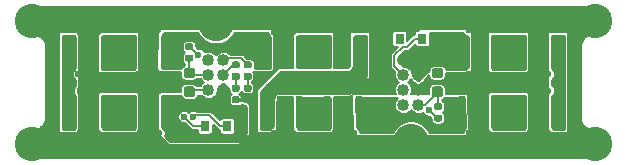
<source format=gbr>
G04 #@! TF.GenerationSoftware,KiCad,Pcbnew,(5.1.4)-1*
G04 #@! TF.CreationDate,2020-10-23T12:02:29-10:00*
G04 #@! TF.ProjectId,SkateLightBackLEDBoard,536b6174-654c-4696-9768-744261636b4c,rev?*
G04 #@! TF.SameCoordinates,Original*
G04 #@! TF.FileFunction,Copper,L1,Top*
G04 #@! TF.FilePolarity,Positive*
%FSLAX46Y46*%
G04 Gerber Fmt 4.6, Leading zero omitted, Abs format (unit mm)*
G04 Created by KiCad (PCBNEW (5.1.4)-1) date 2020-10-23 12:02:29*
%MOMM*%
%LPD*%
G04 APERTURE LIST*
%ADD10R,1.000000X2.700000*%
%ADD11R,0.500000X2.700000*%
%ADD12C,0.100000*%
%ADD13C,0.590000*%
%ADD14R,0.800000X0.900000*%
%ADD15C,1.016000*%
%ADD16C,2.921000*%
%ADD17C,0.875000*%
%ADD18C,0.600000*%
%ADD19C,0.200000*%
%ADD20C,0.500000*%
%ADD21C,0.350000*%
%ADD22C,1.000000*%
%ADD23C,0.152400*%
%ADD24C,0.254000*%
G04 APERTURE END LIST*
D10*
X-13970000Y-2540000D03*
D11*
X-12620000Y-2540000D03*
X-15320000Y-2540000D03*
D10*
X19050000Y2540000D03*
D11*
X20400000Y2540000D03*
X17700000Y2540000D03*
D10*
X-19050000Y2540000D03*
D11*
X-20400000Y2540000D03*
X-17700000Y2540000D03*
D12*
G36*
X10727958Y-2730710D02*
G01*
X10742276Y-2732834D01*
X10756317Y-2736351D01*
X10769946Y-2741228D01*
X10783031Y-2747417D01*
X10795447Y-2754858D01*
X10807073Y-2763481D01*
X10817798Y-2773202D01*
X10827519Y-2783927D01*
X10836142Y-2795553D01*
X10843583Y-2807969D01*
X10849772Y-2821054D01*
X10854649Y-2834683D01*
X10858166Y-2848724D01*
X10860290Y-2863042D01*
X10861000Y-2877500D01*
X10861000Y-3172500D01*
X10860290Y-3186958D01*
X10858166Y-3201276D01*
X10854649Y-3215317D01*
X10849772Y-3228946D01*
X10843583Y-3242031D01*
X10836142Y-3254447D01*
X10827519Y-3266073D01*
X10817798Y-3276798D01*
X10807073Y-3286519D01*
X10795447Y-3295142D01*
X10783031Y-3302583D01*
X10769946Y-3308772D01*
X10756317Y-3313649D01*
X10742276Y-3317166D01*
X10727958Y-3319290D01*
X10713500Y-3320000D01*
X10368500Y-3320000D01*
X10354042Y-3319290D01*
X10339724Y-3317166D01*
X10325683Y-3313649D01*
X10312054Y-3308772D01*
X10298969Y-3302583D01*
X10286553Y-3295142D01*
X10274927Y-3286519D01*
X10264202Y-3276798D01*
X10254481Y-3266073D01*
X10245858Y-3254447D01*
X10238417Y-3242031D01*
X10232228Y-3228946D01*
X10227351Y-3215317D01*
X10223834Y-3201276D01*
X10221710Y-3186958D01*
X10221000Y-3172500D01*
X10221000Y-2877500D01*
X10221710Y-2863042D01*
X10223834Y-2848724D01*
X10227351Y-2834683D01*
X10232228Y-2821054D01*
X10238417Y-2807969D01*
X10245858Y-2795553D01*
X10254481Y-2783927D01*
X10264202Y-2773202D01*
X10274927Y-2763481D01*
X10286553Y-2754858D01*
X10298969Y-2747417D01*
X10312054Y-2741228D01*
X10325683Y-2736351D01*
X10339724Y-2732834D01*
X10354042Y-2730710D01*
X10368500Y-2730000D01*
X10713500Y-2730000D01*
X10727958Y-2730710D01*
X10727958Y-2730710D01*
G37*
D13*
X10541000Y-3025000D03*
D12*
G36*
X10727958Y-1760710D02*
G01*
X10742276Y-1762834D01*
X10756317Y-1766351D01*
X10769946Y-1771228D01*
X10783031Y-1777417D01*
X10795447Y-1784858D01*
X10807073Y-1793481D01*
X10817798Y-1803202D01*
X10827519Y-1813927D01*
X10836142Y-1825553D01*
X10843583Y-1837969D01*
X10849772Y-1851054D01*
X10854649Y-1864683D01*
X10858166Y-1878724D01*
X10860290Y-1893042D01*
X10861000Y-1907500D01*
X10861000Y-2202500D01*
X10860290Y-2216958D01*
X10858166Y-2231276D01*
X10854649Y-2245317D01*
X10849772Y-2258946D01*
X10843583Y-2272031D01*
X10836142Y-2284447D01*
X10827519Y-2296073D01*
X10817798Y-2306798D01*
X10807073Y-2316519D01*
X10795447Y-2325142D01*
X10783031Y-2332583D01*
X10769946Y-2338772D01*
X10756317Y-2343649D01*
X10742276Y-2347166D01*
X10727958Y-2349290D01*
X10713500Y-2350000D01*
X10368500Y-2350000D01*
X10354042Y-2349290D01*
X10339724Y-2347166D01*
X10325683Y-2343649D01*
X10312054Y-2338772D01*
X10298969Y-2332583D01*
X10286553Y-2325142D01*
X10274927Y-2316519D01*
X10264202Y-2306798D01*
X10254481Y-2296073D01*
X10245858Y-2284447D01*
X10238417Y-2272031D01*
X10232228Y-2258946D01*
X10227351Y-2245317D01*
X10223834Y-2231276D01*
X10221710Y-2216958D01*
X10221000Y-2202500D01*
X10221000Y-1907500D01*
X10221710Y-1893042D01*
X10223834Y-1878724D01*
X10227351Y-1864683D01*
X10232228Y-1851054D01*
X10238417Y-1837969D01*
X10245858Y-1825553D01*
X10254481Y-1813927D01*
X10264202Y-1803202D01*
X10274927Y-1793481D01*
X10286553Y-1784858D01*
X10298969Y-1777417D01*
X10312054Y-1771228D01*
X10325683Y-1766351D01*
X10339724Y-1762834D01*
X10354042Y-1760710D01*
X10368500Y-1760000D01*
X10713500Y-1760000D01*
X10727958Y-1760710D01*
X10727958Y-1760710D01*
G37*
D13*
X10541000Y-2055000D03*
D14*
X8255000Y5699000D03*
X9205000Y3699000D03*
X7305000Y3699000D03*
D15*
X7620000Y-1905000D03*
X8890000Y-1905000D03*
X7620000Y-635000D03*
X8890000Y-635000D03*
X7620000Y635000D03*
X8890000Y635000D03*
X7620000Y1905000D03*
X8890000Y1905000D03*
D16*
X8255000Y-4953000D03*
X-8255000Y4953000D03*
D15*
X-8890000Y-1905000D03*
X-7620000Y-1905000D03*
X-8890000Y-635000D03*
X-7620000Y-635000D03*
X-8890000Y635000D03*
X-7620000Y635000D03*
X-8890000Y1905000D03*
X-7620000Y1905000D03*
D16*
X23812500Y5207000D03*
X23812500Y-5207000D03*
X-23812500Y5207000D03*
X-23812500Y-5207000D03*
D14*
X-8255000Y-5699000D03*
X-9205000Y-3699000D03*
X-7305000Y-3699000D03*
D12*
G36*
X-5373702Y1762850D02*
G01*
X-5359384Y1760726D01*
X-5345343Y1757209D01*
X-5331714Y1752332D01*
X-5318629Y1746143D01*
X-5306213Y1738702D01*
X-5294587Y1730079D01*
X-5283862Y1720358D01*
X-5274141Y1709633D01*
X-5265518Y1698007D01*
X-5258077Y1685591D01*
X-5251888Y1672506D01*
X-5247011Y1658877D01*
X-5243494Y1644836D01*
X-5241370Y1630518D01*
X-5240660Y1616060D01*
X-5240660Y1321060D01*
X-5241370Y1306602D01*
X-5243494Y1292284D01*
X-5247011Y1278243D01*
X-5251888Y1264614D01*
X-5258077Y1251529D01*
X-5265518Y1239113D01*
X-5274141Y1227487D01*
X-5283862Y1216762D01*
X-5294587Y1207041D01*
X-5306213Y1198418D01*
X-5318629Y1190977D01*
X-5331714Y1184788D01*
X-5345343Y1179911D01*
X-5359384Y1176394D01*
X-5373702Y1174270D01*
X-5388160Y1173560D01*
X-5733160Y1173560D01*
X-5747618Y1174270D01*
X-5761936Y1176394D01*
X-5775977Y1179911D01*
X-5789606Y1184788D01*
X-5802691Y1190977D01*
X-5815107Y1198418D01*
X-5826733Y1207041D01*
X-5837458Y1216762D01*
X-5847179Y1227487D01*
X-5855802Y1239113D01*
X-5863243Y1251529D01*
X-5869432Y1264614D01*
X-5874309Y1278243D01*
X-5877826Y1292284D01*
X-5879950Y1306602D01*
X-5880660Y1321060D01*
X-5880660Y1616060D01*
X-5879950Y1630518D01*
X-5877826Y1644836D01*
X-5874309Y1658877D01*
X-5869432Y1672506D01*
X-5863243Y1685591D01*
X-5855802Y1698007D01*
X-5847179Y1709633D01*
X-5837458Y1720358D01*
X-5826733Y1730079D01*
X-5815107Y1738702D01*
X-5802691Y1746143D01*
X-5789606Y1752332D01*
X-5775977Y1757209D01*
X-5761936Y1760726D01*
X-5747618Y1762850D01*
X-5733160Y1763560D01*
X-5388160Y1763560D01*
X-5373702Y1762850D01*
X-5373702Y1762850D01*
G37*
D13*
X-5560660Y1468560D03*
D12*
G36*
X-5373702Y792850D02*
G01*
X-5359384Y790726D01*
X-5345343Y787209D01*
X-5331714Y782332D01*
X-5318629Y776143D01*
X-5306213Y768702D01*
X-5294587Y760079D01*
X-5283862Y750358D01*
X-5274141Y739633D01*
X-5265518Y728007D01*
X-5258077Y715591D01*
X-5251888Y702506D01*
X-5247011Y688877D01*
X-5243494Y674836D01*
X-5241370Y660518D01*
X-5240660Y646060D01*
X-5240660Y351060D01*
X-5241370Y336602D01*
X-5243494Y322284D01*
X-5247011Y308243D01*
X-5251888Y294614D01*
X-5258077Y281529D01*
X-5265518Y269113D01*
X-5274141Y257487D01*
X-5283862Y246762D01*
X-5294587Y237041D01*
X-5306213Y228418D01*
X-5318629Y220977D01*
X-5331714Y214788D01*
X-5345343Y209911D01*
X-5359384Y206394D01*
X-5373702Y204270D01*
X-5388160Y203560D01*
X-5733160Y203560D01*
X-5747618Y204270D01*
X-5761936Y206394D01*
X-5775977Y209911D01*
X-5789606Y214788D01*
X-5802691Y220977D01*
X-5815107Y228418D01*
X-5826733Y237041D01*
X-5837458Y246762D01*
X-5847179Y257487D01*
X-5855802Y269113D01*
X-5863243Y281529D01*
X-5869432Y294614D01*
X-5874309Y308243D01*
X-5877826Y322284D01*
X-5879950Y336602D01*
X-5880660Y351060D01*
X-5880660Y646060D01*
X-5879950Y660518D01*
X-5877826Y674836D01*
X-5874309Y688877D01*
X-5869432Y702506D01*
X-5863243Y715591D01*
X-5855802Y728007D01*
X-5847179Y739633D01*
X-5837458Y750358D01*
X-5826733Y760079D01*
X-5815107Y768702D01*
X-5802691Y776143D01*
X-5789606Y782332D01*
X-5775977Y787209D01*
X-5761936Y790726D01*
X-5747618Y792850D01*
X-5733160Y793560D01*
X-5388160Y793560D01*
X-5373702Y792850D01*
X-5373702Y792850D01*
G37*
D13*
X-5560660Y498560D03*
D12*
G36*
X-6389702Y1762850D02*
G01*
X-6375384Y1760726D01*
X-6361343Y1757209D01*
X-6347714Y1752332D01*
X-6334629Y1746143D01*
X-6322213Y1738702D01*
X-6310587Y1730079D01*
X-6299862Y1720358D01*
X-6290141Y1709633D01*
X-6281518Y1698007D01*
X-6274077Y1685591D01*
X-6267888Y1672506D01*
X-6263011Y1658877D01*
X-6259494Y1644836D01*
X-6257370Y1630518D01*
X-6256660Y1616060D01*
X-6256660Y1321060D01*
X-6257370Y1306602D01*
X-6259494Y1292284D01*
X-6263011Y1278243D01*
X-6267888Y1264614D01*
X-6274077Y1251529D01*
X-6281518Y1239113D01*
X-6290141Y1227487D01*
X-6299862Y1216762D01*
X-6310587Y1207041D01*
X-6322213Y1198418D01*
X-6334629Y1190977D01*
X-6347714Y1184788D01*
X-6361343Y1179911D01*
X-6375384Y1176394D01*
X-6389702Y1174270D01*
X-6404160Y1173560D01*
X-6749160Y1173560D01*
X-6763618Y1174270D01*
X-6777936Y1176394D01*
X-6791977Y1179911D01*
X-6805606Y1184788D01*
X-6818691Y1190977D01*
X-6831107Y1198418D01*
X-6842733Y1207041D01*
X-6853458Y1216762D01*
X-6863179Y1227487D01*
X-6871802Y1239113D01*
X-6879243Y1251529D01*
X-6885432Y1264614D01*
X-6890309Y1278243D01*
X-6893826Y1292284D01*
X-6895950Y1306602D01*
X-6896660Y1321060D01*
X-6896660Y1616060D01*
X-6895950Y1630518D01*
X-6893826Y1644836D01*
X-6890309Y1658877D01*
X-6885432Y1672506D01*
X-6879243Y1685591D01*
X-6871802Y1698007D01*
X-6863179Y1709633D01*
X-6853458Y1720358D01*
X-6842733Y1730079D01*
X-6831107Y1738702D01*
X-6818691Y1746143D01*
X-6805606Y1752332D01*
X-6791977Y1757209D01*
X-6777936Y1760726D01*
X-6763618Y1762850D01*
X-6749160Y1763560D01*
X-6404160Y1763560D01*
X-6389702Y1762850D01*
X-6389702Y1762850D01*
G37*
D13*
X-6576660Y1468560D03*
D12*
G36*
X-6389702Y792850D02*
G01*
X-6375384Y790726D01*
X-6361343Y787209D01*
X-6347714Y782332D01*
X-6334629Y776143D01*
X-6322213Y768702D01*
X-6310587Y760079D01*
X-6299862Y750358D01*
X-6290141Y739633D01*
X-6281518Y728007D01*
X-6274077Y715591D01*
X-6267888Y702506D01*
X-6263011Y688877D01*
X-6259494Y674836D01*
X-6257370Y660518D01*
X-6256660Y646060D01*
X-6256660Y351060D01*
X-6257370Y336602D01*
X-6259494Y322284D01*
X-6263011Y308243D01*
X-6267888Y294614D01*
X-6274077Y281529D01*
X-6281518Y269113D01*
X-6290141Y257487D01*
X-6299862Y246762D01*
X-6310587Y237041D01*
X-6322213Y228418D01*
X-6334629Y220977D01*
X-6347714Y214788D01*
X-6361343Y209911D01*
X-6375384Y206394D01*
X-6389702Y204270D01*
X-6404160Y203560D01*
X-6749160Y203560D01*
X-6763618Y204270D01*
X-6777936Y206394D01*
X-6791977Y209911D01*
X-6805606Y214788D01*
X-6818691Y220977D01*
X-6831107Y228418D01*
X-6842733Y237041D01*
X-6853458Y246762D01*
X-6863179Y257487D01*
X-6871802Y269113D01*
X-6879243Y281529D01*
X-6885432Y294614D01*
X-6890309Y308243D01*
X-6893826Y322284D01*
X-6895950Y336602D01*
X-6896660Y351060D01*
X-6896660Y646060D01*
X-6895950Y660518D01*
X-6893826Y674836D01*
X-6890309Y688877D01*
X-6885432Y702506D01*
X-6879243Y715591D01*
X-6871802Y728007D01*
X-6863179Y739633D01*
X-6853458Y750358D01*
X-6842733Y760079D01*
X-6831107Y768702D01*
X-6818691Y776143D01*
X-6805606Y782332D01*
X-6791977Y787209D01*
X-6777936Y790726D01*
X-6763618Y792850D01*
X-6749160Y793560D01*
X-6404160Y793560D01*
X-6389702Y792850D01*
X-6389702Y792850D01*
G37*
D13*
X-6576660Y498560D03*
D12*
G36*
X-10354042Y3319290D02*
G01*
X-10339724Y3317166D01*
X-10325683Y3313649D01*
X-10312054Y3308772D01*
X-10298969Y3302583D01*
X-10286553Y3295142D01*
X-10274927Y3286519D01*
X-10264202Y3276798D01*
X-10254481Y3266073D01*
X-10245858Y3254447D01*
X-10238417Y3242031D01*
X-10232228Y3228946D01*
X-10227351Y3215317D01*
X-10223834Y3201276D01*
X-10221710Y3186958D01*
X-10221000Y3172500D01*
X-10221000Y2877500D01*
X-10221710Y2863042D01*
X-10223834Y2848724D01*
X-10227351Y2834683D01*
X-10232228Y2821054D01*
X-10238417Y2807969D01*
X-10245858Y2795553D01*
X-10254481Y2783927D01*
X-10264202Y2773202D01*
X-10274927Y2763481D01*
X-10286553Y2754858D01*
X-10298969Y2747417D01*
X-10312054Y2741228D01*
X-10325683Y2736351D01*
X-10339724Y2732834D01*
X-10354042Y2730710D01*
X-10368500Y2730000D01*
X-10713500Y2730000D01*
X-10727958Y2730710D01*
X-10742276Y2732834D01*
X-10756317Y2736351D01*
X-10769946Y2741228D01*
X-10783031Y2747417D01*
X-10795447Y2754858D01*
X-10807073Y2763481D01*
X-10817798Y2773202D01*
X-10827519Y2783927D01*
X-10836142Y2795553D01*
X-10843583Y2807969D01*
X-10849772Y2821054D01*
X-10854649Y2834683D01*
X-10858166Y2848724D01*
X-10860290Y2863042D01*
X-10861000Y2877500D01*
X-10861000Y3172500D01*
X-10860290Y3186958D01*
X-10858166Y3201276D01*
X-10854649Y3215317D01*
X-10849772Y3228946D01*
X-10843583Y3242031D01*
X-10836142Y3254447D01*
X-10827519Y3266073D01*
X-10817798Y3276798D01*
X-10807073Y3286519D01*
X-10795447Y3295142D01*
X-10783031Y3302583D01*
X-10769946Y3308772D01*
X-10756317Y3313649D01*
X-10742276Y3317166D01*
X-10727958Y3319290D01*
X-10713500Y3320000D01*
X-10368500Y3320000D01*
X-10354042Y3319290D01*
X-10354042Y3319290D01*
G37*
D13*
X-10541000Y3025000D03*
D12*
G36*
X-10354042Y2349290D02*
G01*
X-10339724Y2347166D01*
X-10325683Y2343649D01*
X-10312054Y2338772D01*
X-10298969Y2332583D01*
X-10286553Y2325142D01*
X-10274927Y2316519D01*
X-10264202Y2306798D01*
X-10254481Y2296073D01*
X-10245858Y2284447D01*
X-10238417Y2272031D01*
X-10232228Y2258946D01*
X-10227351Y2245317D01*
X-10223834Y2231276D01*
X-10221710Y2216958D01*
X-10221000Y2202500D01*
X-10221000Y1907500D01*
X-10221710Y1893042D01*
X-10223834Y1878724D01*
X-10227351Y1864683D01*
X-10232228Y1851054D01*
X-10238417Y1837969D01*
X-10245858Y1825553D01*
X-10254481Y1813927D01*
X-10264202Y1803202D01*
X-10274927Y1793481D01*
X-10286553Y1784858D01*
X-10298969Y1777417D01*
X-10312054Y1771228D01*
X-10325683Y1766351D01*
X-10339724Y1762834D01*
X-10354042Y1760710D01*
X-10368500Y1760000D01*
X-10713500Y1760000D01*
X-10727958Y1760710D01*
X-10742276Y1762834D01*
X-10756317Y1766351D01*
X-10769946Y1771228D01*
X-10783031Y1777417D01*
X-10795447Y1784858D01*
X-10807073Y1793481D01*
X-10817798Y1803202D01*
X-10827519Y1813927D01*
X-10836142Y1825553D01*
X-10843583Y1837969D01*
X-10849772Y1851054D01*
X-10854649Y1864683D01*
X-10858166Y1878724D01*
X-10860290Y1893042D01*
X-10861000Y1907500D01*
X-10861000Y2202500D01*
X-10860290Y2216958D01*
X-10858166Y2231276D01*
X-10854649Y2245317D01*
X-10849772Y2258946D01*
X-10843583Y2272031D01*
X-10836142Y2284447D01*
X-10827519Y2296073D01*
X-10817798Y2306798D01*
X-10807073Y2316519D01*
X-10795447Y2325142D01*
X-10783031Y2332583D01*
X-10769946Y2338772D01*
X-10756317Y2343649D01*
X-10742276Y2347166D01*
X-10727958Y2349290D01*
X-10713500Y2350000D01*
X-10368500Y2350000D01*
X-10354042Y2349290D01*
X-10354042Y2349290D01*
G37*
D13*
X-10541000Y2055000D03*
D12*
G36*
X-5373702Y-1175650D02*
G01*
X-5359384Y-1177774D01*
X-5345343Y-1181291D01*
X-5331714Y-1186168D01*
X-5318629Y-1192357D01*
X-5306213Y-1199798D01*
X-5294587Y-1208421D01*
X-5283862Y-1218142D01*
X-5274141Y-1228867D01*
X-5265518Y-1240493D01*
X-5258077Y-1252909D01*
X-5251888Y-1265994D01*
X-5247011Y-1279623D01*
X-5243494Y-1293664D01*
X-5241370Y-1307982D01*
X-5240660Y-1322440D01*
X-5240660Y-1617440D01*
X-5241370Y-1631898D01*
X-5243494Y-1646216D01*
X-5247011Y-1660257D01*
X-5251888Y-1673886D01*
X-5258077Y-1686971D01*
X-5265518Y-1699387D01*
X-5274141Y-1711013D01*
X-5283862Y-1721738D01*
X-5294587Y-1731459D01*
X-5306213Y-1740082D01*
X-5318629Y-1747523D01*
X-5331714Y-1753712D01*
X-5345343Y-1758589D01*
X-5359384Y-1762106D01*
X-5373702Y-1764230D01*
X-5388160Y-1764940D01*
X-5733160Y-1764940D01*
X-5747618Y-1764230D01*
X-5761936Y-1762106D01*
X-5775977Y-1758589D01*
X-5789606Y-1753712D01*
X-5802691Y-1747523D01*
X-5815107Y-1740082D01*
X-5826733Y-1731459D01*
X-5837458Y-1721738D01*
X-5847179Y-1711013D01*
X-5855802Y-1699387D01*
X-5863243Y-1686971D01*
X-5869432Y-1673886D01*
X-5874309Y-1660257D01*
X-5877826Y-1646216D01*
X-5879950Y-1631898D01*
X-5880660Y-1617440D01*
X-5880660Y-1322440D01*
X-5879950Y-1307982D01*
X-5877826Y-1293664D01*
X-5874309Y-1279623D01*
X-5869432Y-1265994D01*
X-5863243Y-1252909D01*
X-5855802Y-1240493D01*
X-5847179Y-1228867D01*
X-5837458Y-1218142D01*
X-5826733Y-1208421D01*
X-5815107Y-1199798D01*
X-5802691Y-1192357D01*
X-5789606Y-1186168D01*
X-5775977Y-1181291D01*
X-5761936Y-1177774D01*
X-5747618Y-1175650D01*
X-5733160Y-1174940D01*
X-5388160Y-1174940D01*
X-5373702Y-1175650D01*
X-5373702Y-1175650D01*
G37*
D13*
X-5560660Y-1469940D03*
D12*
G36*
X-5373702Y-205650D02*
G01*
X-5359384Y-207774D01*
X-5345343Y-211291D01*
X-5331714Y-216168D01*
X-5318629Y-222357D01*
X-5306213Y-229798D01*
X-5294587Y-238421D01*
X-5283862Y-248142D01*
X-5274141Y-258867D01*
X-5265518Y-270493D01*
X-5258077Y-282909D01*
X-5251888Y-295994D01*
X-5247011Y-309623D01*
X-5243494Y-323664D01*
X-5241370Y-337982D01*
X-5240660Y-352440D01*
X-5240660Y-647440D01*
X-5241370Y-661898D01*
X-5243494Y-676216D01*
X-5247011Y-690257D01*
X-5251888Y-703886D01*
X-5258077Y-716971D01*
X-5265518Y-729387D01*
X-5274141Y-741013D01*
X-5283862Y-751738D01*
X-5294587Y-761459D01*
X-5306213Y-770082D01*
X-5318629Y-777523D01*
X-5331714Y-783712D01*
X-5345343Y-788589D01*
X-5359384Y-792106D01*
X-5373702Y-794230D01*
X-5388160Y-794940D01*
X-5733160Y-794940D01*
X-5747618Y-794230D01*
X-5761936Y-792106D01*
X-5775977Y-788589D01*
X-5789606Y-783712D01*
X-5802691Y-777523D01*
X-5815107Y-770082D01*
X-5826733Y-761459D01*
X-5837458Y-751738D01*
X-5847179Y-741013D01*
X-5855802Y-729387D01*
X-5863243Y-716971D01*
X-5869432Y-703886D01*
X-5874309Y-690257D01*
X-5877826Y-676216D01*
X-5879950Y-661898D01*
X-5880660Y-647440D01*
X-5880660Y-352440D01*
X-5879950Y-337982D01*
X-5877826Y-323664D01*
X-5874309Y-309623D01*
X-5869432Y-295994D01*
X-5863243Y-282909D01*
X-5855802Y-270493D01*
X-5847179Y-258867D01*
X-5837458Y-248142D01*
X-5826733Y-238421D01*
X-5815107Y-229798D01*
X-5802691Y-222357D01*
X-5789606Y-216168D01*
X-5775977Y-211291D01*
X-5761936Y-207774D01*
X-5747618Y-205650D01*
X-5733160Y-204940D01*
X-5388160Y-204940D01*
X-5373702Y-205650D01*
X-5373702Y-205650D01*
G37*
D13*
X-5560660Y-499940D03*
D12*
G36*
X-6389702Y-1175650D02*
G01*
X-6375384Y-1177774D01*
X-6361343Y-1181291D01*
X-6347714Y-1186168D01*
X-6334629Y-1192357D01*
X-6322213Y-1199798D01*
X-6310587Y-1208421D01*
X-6299862Y-1218142D01*
X-6290141Y-1228867D01*
X-6281518Y-1240493D01*
X-6274077Y-1252909D01*
X-6267888Y-1265994D01*
X-6263011Y-1279623D01*
X-6259494Y-1293664D01*
X-6257370Y-1307982D01*
X-6256660Y-1322440D01*
X-6256660Y-1617440D01*
X-6257370Y-1631898D01*
X-6259494Y-1646216D01*
X-6263011Y-1660257D01*
X-6267888Y-1673886D01*
X-6274077Y-1686971D01*
X-6281518Y-1699387D01*
X-6290141Y-1711013D01*
X-6299862Y-1721738D01*
X-6310587Y-1731459D01*
X-6322213Y-1740082D01*
X-6334629Y-1747523D01*
X-6347714Y-1753712D01*
X-6361343Y-1758589D01*
X-6375384Y-1762106D01*
X-6389702Y-1764230D01*
X-6404160Y-1764940D01*
X-6749160Y-1764940D01*
X-6763618Y-1764230D01*
X-6777936Y-1762106D01*
X-6791977Y-1758589D01*
X-6805606Y-1753712D01*
X-6818691Y-1747523D01*
X-6831107Y-1740082D01*
X-6842733Y-1731459D01*
X-6853458Y-1721738D01*
X-6863179Y-1711013D01*
X-6871802Y-1699387D01*
X-6879243Y-1686971D01*
X-6885432Y-1673886D01*
X-6890309Y-1660257D01*
X-6893826Y-1646216D01*
X-6895950Y-1631898D01*
X-6896660Y-1617440D01*
X-6896660Y-1322440D01*
X-6895950Y-1307982D01*
X-6893826Y-1293664D01*
X-6890309Y-1279623D01*
X-6885432Y-1265994D01*
X-6879243Y-1252909D01*
X-6871802Y-1240493D01*
X-6863179Y-1228867D01*
X-6853458Y-1218142D01*
X-6842733Y-1208421D01*
X-6831107Y-1199798D01*
X-6818691Y-1192357D01*
X-6805606Y-1186168D01*
X-6791977Y-1181291D01*
X-6777936Y-1177774D01*
X-6763618Y-1175650D01*
X-6749160Y-1174940D01*
X-6404160Y-1174940D01*
X-6389702Y-1175650D01*
X-6389702Y-1175650D01*
G37*
D13*
X-6576660Y-1469940D03*
D12*
G36*
X-6389702Y-205650D02*
G01*
X-6375384Y-207774D01*
X-6361343Y-211291D01*
X-6347714Y-216168D01*
X-6334629Y-222357D01*
X-6322213Y-229798D01*
X-6310587Y-238421D01*
X-6299862Y-248142D01*
X-6290141Y-258867D01*
X-6281518Y-270493D01*
X-6274077Y-282909D01*
X-6267888Y-295994D01*
X-6263011Y-309623D01*
X-6259494Y-323664D01*
X-6257370Y-337982D01*
X-6256660Y-352440D01*
X-6256660Y-647440D01*
X-6257370Y-661898D01*
X-6259494Y-676216D01*
X-6263011Y-690257D01*
X-6267888Y-703886D01*
X-6274077Y-716971D01*
X-6281518Y-729387D01*
X-6290141Y-741013D01*
X-6299862Y-751738D01*
X-6310587Y-761459D01*
X-6322213Y-770082D01*
X-6334629Y-777523D01*
X-6347714Y-783712D01*
X-6361343Y-788589D01*
X-6375384Y-792106D01*
X-6389702Y-794230D01*
X-6404160Y-794940D01*
X-6749160Y-794940D01*
X-6763618Y-794230D01*
X-6777936Y-792106D01*
X-6791977Y-788589D01*
X-6805606Y-783712D01*
X-6818691Y-777523D01*
X-6831107Y-770082D01*
X-6842733Y-761459D01*
X-6853458Y-751738D01*
X-6863179Y-741013D01*
X-6871802Y-729387D01*
X-6879243Y-716971D01*
X-6885432Y-703886D01*
X-6890309Y-690257D01*
X-6893826Y-676216D01*
X-6895950Y-661898D01*
X-6896660Y-647440D01*
X-6896660Y-352440D01*
X-6895950Y-337982D01*
X-6893826Y-323664D01*
X-6890309Y-309623D01*
X-6885432Y-295994D01*
X-6879243Y-282909D01*
X-6871802Y-270493D01*
X-6863179Y-258867D01*
X-6853458Y-248142D01*
X-6842733Y-238421D01*
X-6831107Y-229798D01*
X-6818691Y-222357D01*
X-6805606Y-216168D01*
X-6791977Y-211291D01*
X-6777936Y-207774D01*
X-6763618Y-205650D01*
X-6749160Y-204940D01*
X-6404160Y-204940D01*
X-6389702Y-205650D01*
X-6389702Y-205650D01*
G37*
D13*
X-6576660Y-499940D03*
D10*
X-19050000Y-2540000D03*
D11*
X-17700000Y-2540000D03*
X-20400000Y-2540000D03*
D10*
X-13970000Y2540000D03*
D11*
X-15320000Y2540000D03*
X-12620000Y2540000D03*
D10*
X-2540000Y2540000D03*
D11*
X-3890000Y2540000D03*
X-1190000Y2540000D03*
D10*
X2540000Y2540000D03*
D11*
X1190000Y2540000D03*
X3890000Y2540000D03*
D10*
X-2540000Y-2540000D03*
D11*
X-3890000Y-2540000D03*
X-1190000Y-2540000D03*
D10*
X2540000Y-2540000D03*
D11*
X1190000Y-2540000D03*
X3890000Y-2540000D03*
D10*
X13970000Y-2540000D03*
D11*
X12620000Y-2540000D03*
X15320000Y-2540000D03*
D10*
X19050000Y-2540000D03*
D11*
X17700000Y-2540000D03*
X20400000Y-2540000D03*
D10*
X13970000Y2540000D03*
D11*
X15320000Y2540000D03*
X12620000Y2540000D03*
D12*
G36*
X-10222309Y-351053D02*
G01*
X-10201074Y-354203D01*
X-10180250Y-359419D01*
X-10160038Y-366651D01*
X-10140632Y-375830D01*
X-10122219Y-386866D01*
X-10104976Y-399654D01*
X-10089070Y-414070D01*
X-10074654Y-429976D01*
X-10061866Y-447219D01*
X-10050830Y-465632D01*
X-10041651Y-485038D01*
X-10034419Y-505250D01*
X-10029203Y-526074D01*
X-10026053Y-547309D01*
X-10025000Y-568750D01*
X-10025000Y-1006250D01*
X-10026053Y-1027691D01*
X-10029203Y-1048926D01*
X-10034419Y-1069750D01*
X-10041651Y-1089962D01*
X-10050830Y-1109368D01*
X-10061866Y-1127781D01*
X-10074654Y-1145024D01*
X-10089070Y-1160930D01*
X-10104976Y-1175346D01*
X-10122219Y-1188134D01*
X-10140632Y-1199170D01*
X-10160038Y-1208349D01*
X-10180250Y-1215581D01*
X-10201074Y-1220797D01*
X-10222309Y-1223947D01*
X-10243750Y-1225000D01*
X-10756250Y-1225000D01*
X-10777691Y-1223947D01*
X-10798926Y-1220797D01*
X-10819750Y-1215581D01*
X-10839962Y-1208349D01*
X-10859368Y-1199170D01*
X-10877781Y-1188134D01*
X-10895024Y-1175346D01*
X-10910930Y-1160930D01*
X-10925346Y-1145024D01*
X-10938134Y-1127781D01*
X-10949170Y-1109368D01*
X-10958349Y-1089962D01*
X-10965581Y-1069750D01*
X-10970797Y-1048926D01*
X-10973947Y-1027691D01*
X-10975000Y-1006250D01*
X-10975000Y-568750D01*
X-10973947Y-547309D01*
X-10970797Y-526074D01*
X-10965581Y-505250D01*
X-10958349Y-485038D01*
X-10949170Y-465632D01*
X-10938134Y-447219D01*
X-10925346Y-429976D01*
X-10910930Y-414070D01*
X-10895024Y-399654D01*
X-10877781Y-386866D01*
X-10859368Y-375830D01*
X-10839962Y-366651D01*
X-10819750Y-359419D01*
X-10798926Y-354203D01*
X-10777691Y-351053D01*
X-10756250Y-350000D01*
X-10243750Y-350000D01*
X-10222309Y-351053D01*
X-10222309Y-351053D01*
G37*
D17*
X-10500000Y-787500D03*
D12*
G36*
X-10222309Y1223947D02*
G01*
X-10201074Y1220797D01*
X-10180250Y1215581D01*
X-10160038Y1208349D01*
X-10140632Y1199170D01*
X-10122219Y1188134D01*
X-10104976Y1175346D01*
X-10089070Y1160930D01*
X-10074654Y1145024D01*
X-10061866Y1127781D01*
X-10050830Y1109368D01*
X-10041651Y1089962D01*
X-10034419Y1069750D01*
X-10029203Y1048926D01*
X-10026053Y1027691D01*
X-10025000Y1006250D01*
X-10025000Y568750D01*
X-10026053Y547309D01*
X-10029203Y526074D01*
X-10034419Y505250D01*
X-10041651Y485038D01*
X-10050830Y465632D01*
X-10061866Y447219D01*
X-10074654Y429976D01*
X-10089070Y414070D01*
X-10104976Y399654D01*
X-10122219Y386866D01*
X-10140632Y375830D01*
X-10160038Y366651D01*
X-10180250Y359419D01*
X-10201074Y354203D01*
X-10222309Y351053D01*
X-10243750Y350000D01*
X-10756250Y350000D01*
X-10777691Y351053D01*
X-10798926Y354203D01*
X-10819750Y359419D01*
X-10839962Y366651D01*
X-10859368Y375830D01*
X-10877781Y386866D01*
X-10895024Y399654D01*
X-10910930Y414070D01*
X-10925346Y429976D01*
X-10938134Y447219D01*
X-10949170Y465632D01*
X-10958349Y485038D01*
X-10965581Y505250D01*
X-10970797Y526074D01*
X-10973947Y547309D01*
X-10975000Y568750D01*
X-10975000Y1006250D01*
X-10973947Y1027691D01*
X-10970797Y1048926D01*
X-10965581Y1069750D01*
X-10958349Y1089962D01*
X-10949170Y1109368D01*
X-10938134Y1127781D01*
X-10925346Y1145024D01*
X-10910930Y1160930D01*
X-10895024Y1175346D01*
X-10877781Y1188134D01*
X-10859368Y1199170D01*
X-10839962Y1208349D01*
X-10819750Y1215581D01*
X-10798926Y1220797D01*
X-10777691Y1223947D01*
X-10756250Y1225000D01*
X-10243750Y1225000D01*
X-10222309Y1223947D01*
X-10222309Y1223947D01*
G37*
D17*
X-10500000Y787500D03*
D12*
G36*
X10777691Y1223947D02*
G01*
X10798926Y1220797D01*
X10819750Y1215581D01*
X10839962Y1208349D01*
X10859368Y1199170D01*
X10877781Y1188134D01*
X10895024Y1175346D01*
X10910930Y1160930D01*
X10925346Y1145024D01*
X10938134Y1127781D01*
X10949170Y1109368D01*
X10958349Y1089962D01*
X10965581Y1069750D01*
X10970797Y1048926D01*
X10973947Y1027691D01*
X10975000Y1006250D01*
X10975000Y568750D01*
X10973947Y547309D01*
X10970797Y526074D01*
X10965581Y505250D01*
X10958349Y485038D01*
X10949170Y465632D01*
X10938134Y447219D01*
X10925346Y429976D01*
X10910930Y414070D01*
X10895024Y399654D01*
X10877781Y386866D01*
X10859368Y375830D01*
X10839962Y366651D01*
X10819750Y359419D01*
X10798926Y354203D01*
X10777691Y351053D01*
X10756250Y350000D01*
X10243750Y350000D01*
X10222309Y351053D01*
X10201074Y354203D01*
X10180250Y359419D01*
X10160038Y366651D01*
X10140632Y375830D01*
X10122219Y386866D01*
X10104976Y399654D01*
X10089070Y414070D01*
X10074654Y429976D01*
X10061866Y447219D01*
X10050830Y465632D01*
X10041651Y485038D01*
X10034419Y505250D01*
X10029203Y526074D01*
X10026053Y547309D01*
X10025000Y568750D01*
X10025000Y1006250D01*
X10026053Y1027691D01*
X10029203Y1048926D01*
X10034419Y1069750D01*
X10041651Y1089962D01*
X10050830Y1109368D01*
X10061866Y1127781D01*
X10074654Y1145024D01*
X10089070Y1160930D01*
X10104976Y1175346D01*
X10122219Y1188134D01*
X10140632Y1199170D01*
X10160038Y1208349D01*
X10180250Y1215581D01*
X10201074Y1220797D01*
X10222309Y1223947D01*
X10243750Y1225000D01*
X10756250Y1225000D01*
X10777691Y1223947D01*
X10777691Y1223947D01*
G37*
D17*
X10500000Y787500D03*
D12*
G36*
X10777691Y-351053D02*
G01*
X10798926Y-354203D01*
X10819750Y-359419D01*
X10839962Y-366651D01*
X10859368Y-375830D01*
X10877781Y-386866D01*
X10895024Y-399654D01*
X10910930Y-414070D01*
X10925346Y-429976D01*
X10938134Y-447219D01*
X10949170Y-465632D01*
X10958349Y-485038D01*
X10965581Y-505250D01*
X10970797Y-526074D01*
X10973947Y-547309D01*
X10975000Y-568750D01*
X10975000Y-1006250D01*
X10973947Y-1027691D01*
X10970797Y-1048926D01*
X10965581Y-1069750D01*
X10958349Y-1089962D01*
X10949170Y-1109368D01*
X10938134Y-1127781D01*
X10925346Y-1145024D01*
X10910930Y-1160930D01*
X10895024Y-1175346D01*
X10877781Y-1188134D01*
X10859368Y-1199170D01*
X10839962Y-1208349D01*
X10819750Y-1215581D01*
X10798926Y-1220797D01*
X10777691Y-1223947D01*
X10756250Y-1225000D01*
X10243750Y-1225000D01*
X10222309Y-1223947D01*
X10201074Y-1220797D01*
X10180250Y-1215581D01*
X10160038Y-1208349D01*
X10140632Y-1199170D01*
X10122219Y-1188134D01*
X10104976Y-1175346D01*
X10089070Y-1160930D01*
X10074654Y-1145024D01*
X10061866Y-1127781D01*
X10050830Y-1109368D01*
X10041651Y-1089962D01*
X10034419Y-1069750D01*
X10029203Y-1048926D01*
X10026053Y-1027691D01*
X10025000Y-1006250D01*
X10025000Y-568750D01*
X10026053Y-547309D01*
X10029203Y-526074D01*
X10034419Y-505250D01*
X10041651Y-485038D01*
X10050830Y-465632D01*
X10061866Y-447219D01*
X10074654Y-429976D01*
X10089070Y-414070D01*
X10104976Y-399654D01*
X10122219Y-386866D01*
X10140632Y-375830D01*
X10160038Y-366651D01*
X10180250Y-359419D01*
X10201074Y-354203D01*
X10222309Y-351053D01*
X10243750Y-350000D01*
X10756250Y-350000D01*
X10777691Y-351053D01*
X10777691Y-351053D01*
G37*
D17*
X10500000Y-787500D03*
D18*
X13200000Y700000D03*
X14800000Y700000D03*
X14800000Y-700000D03*
X13200000Y-700000D03*
X18300000Y-700000D03*
X19900000Y-700000D03*
X-8255000Y-5715000D03*
X8255000Y5715000D03*
X-19050000Y5715000D03*
X-19050000Y-5715000D03*
X-13970000Y-5715000D03*
X-2540000Y-5715000D03*
X2540000Y-5715000D03*
X-2540000Y5715000D03*
X2540000Y5715000D03*
X13970000Y5715000D03*
X19050000Y5715000D03*
X19050000Y-5715000D03*
X13970000Y-5715000D03*
X-13970000Y5715000D03*
X-19050000Y0D03*
X-13970000Y0D03*
X13970000Y0D03*
X19050000Y0D03*
X22225000Y0D03*
X-22225000Y0D03*
X16510000Y5715000D03*
X11430000Y5715000D03*
X5080000Y5715000D03*
X0Y5715000D03*
X-5080000Y5715000D03*
X-11430000Y5715000D03*
X-16510000Y5715000D03*
X-21590000Y5715000D03*
X-21590000Y-5715000D03*
X-16510000Y-5715000D03*
X-11430000Y-5715000D03*
X0Y-5715000D03*
X5080000Y-5715000D03*
X11430000Y-5715000D03*
X16510000Y-5715000D03*
X21590000Y-5715000D03*
X21590000Y5715000D03*
X-16510000Y0D03*
X-22225000Y1905000D03*
X-22225000Y-1905000D03*
X-1700000Y4300000D03*
X1800000Y4400000D03*
X5715000Y3175000D03*
X16510000Y0D03*
X18300000Y700000D03*
X18300000Y4400000D03*
X22225000Y1905000D03*
X22225000Y-1905000D03*
X-4445000Y0D03*
X5500000Y-700000D03*
X9781540Y-2372360D03*
X-9743440Y2352040D03*
X-3300000Y4300000D03*
X3300000Y4400000D03*
X-5080000Y-5715000D03*
X19900000Y700000D03*
X19900000Y4400000D03*
X13200000Y-4300000D03*
X14800000Y-4300000D03*
X18300000Y-4300000D03*
X19900000Y-4300000D03*
X13200000Y4400000D03*
X14800000Y4400000D03*
X3400000Y-4300000D03*
X1800000Y-4300000D03*
X-1700000Y-4300000D03*
X-3300000Y-4300000D03*
X-14800000Y700000D03*
X-14700000Y4400000D03*
X-18200000Y4300000D03*
X-19900000Y700000D03*
X-19800000Y4300000D03*
X-13200000Y4400000D03*
X-18200000Y-700000D03*
X-13100000Y-700000D03*
X-18300000Y700000D03*
X-14700000Y-700000D03*
X-19800000Y-700000D03*
X-19800000Y-4300000D03*
X-18200000Y-4300000D03*
X-13100000Y-4300000D03*
X-13200000Y700000D03*
X-14700000Y-4300000D03*
X-10970000Y-2900000D03*
X-10180000Y-2900000D03*
X10541000Y787500D03*
X7305000Y3699000D03*
D19*
X-8890000Y635000D02*
X-10388500Y635000D01*
X-10388500Y635000D02*
X-10541000Y787500D01*
X-10541000Y787500D02*
X-10541000Y2055000D01*
X10541000Y-1469000D02*
X10541000Y-2055000D01*
X10541000Y-787500D02*
X10541000Y-1469000D01*
X9423500Y-1905000D02*
X8890000Y-1905000D01*
X10541000Y-787500D02*
X9423500Y-1905000D01*
D20*
X23812500Y5207000D02*
X22994099Y6025401D01*
D19*
X9042500Y-787500D02*
X8890000Y-635000D01*
X10434180Y-3025000D02*
X9781540Y-2372360D01*
X10541000Y-3025000D02*
X10434180Y-3025000D01*
X-10416400Y3025000D02*
X-9743440Y2352040D01*
X-10541000Y3025000D02*
X-10416400Y3025000D01*
D21*
X-6576660Y-1469940D02*
X-5560660Y-1469940D01*
D19*
X-9205000Y-3699000D02*
X-10171000Y-3699000D01*
X-10171000Y-3699000D02*
X-10970000Y-2900000D01*
X8605000Y3699000D02*
X9205000Y3699000D01*
X7902599Y2996599D02*
X8605000Y3699000D01*
X7586205Y2996599D02*
X7902599Y2996599D01*
X6859599Y2269993D02*
X7586205Y2996599D01*
X6859599Y1395401D02*
X6859599Y2269993D01*
X7620000Y635000D02*
X6859599Y1395401D01*
D22*
X8890000Y1353420D02*
X8890000Y635000D01*
X8338420Y1905000D02*
X8890000Y1353420D01*
X7620000Y1905000D02*
X8338420Y1905000D01*
X7620000Y1905000D02*
X8890000Y1905000D01*
D19*
X-6786440Y1468560D02*
X-7620000Y635000D01*
X-6576660Y1468560D02*
X-6786440Y1468560D01*
X-7620000Y1905000D02*
X-7485000Y2040000D01*
X-6132100Y2040000D02*
X-5560660Y1468560D01*
X-7485000Y2040000D02*
X-6132100Y2040000D01*
D22*
X-8890000Y-1905000D02*
X-7620000Y-1905000D01*
X-8171580Y-1905000D02*
X-8890000Y-1905000D01*
X-7620000Y-1353420D02*
X-8171580Y-1905000D01*
X-7620000Y-635000D02*
X-7620000Y-1353420D01*
D19*
X-5560660Y498560D02*
X-5560660Y-499940D01*
X-6576660Y498560D02*
X-6576660Y-499940D01*
X-7905000Y-3699000D02*
X-8804000Y-2800000D01*
X-8804000Y-2800000D02*
X-10080000Y-2800000D01*
X-10080000Y-2800000D02*
X-10180000Y-2900000D01*
X-7305000Y-3699000D02*
X-7905000Y-3699000D01*
X-10388500Y-635000D02*
X-10541000Y-787500D01*
X-8890000Y-635000D02*
X-10388500Y-635000D01*
D23*
G36*
X24046977Y6389146D02*
G01*
X24272131Y6321087D01*
X24479769Y6210594D01*
X24661994Y6061874D01*
X24811861Y5880592D01*
X24923662Y5673655D01*
X24993142Y5448940D01*
X25017650Y5215015D01*
X24996254Y4980779D01*
X24929769Y4755161D01*
X24820727Y4546751D01*
X24673283Y4363494D01*
X24493052Y4212365D01*
X24286898Y4099120D01*
X24062680Y4028077D01*
X23822046Y4001168D01*
X23712678Y4004450D01*
X23712535Y4004440D01*
X23651689Y4006439D01*
X23635983Y4005418D01*
X23620244Y4005523D01*
X23616715Y4005176D01*
X23468818Y3989581D01*
X23446230Y3984936D01*
X23423658Y3980623D01*
X23420268Y3979598D01*
X23420262Y3979597D01*
X23420256Y3979595D01*
X23278212Y3935573D01*
X23256947Y3926626D01*
X23235651Y3918014D01*
X23232529Y3916352D01*
X23232519Y3916348D01*
X23232511Y3916343D01*
X23101726Y3845572D01*
X23082657Y3832700D01*
X23063383Y3820079D01*
X23060636Y3817837D01*
X22946080Y3723003D01*
X22929824Y3706622D01*
X22913422Y3690550D01*
X22911168Y3687823D01*
X22911161Y3687816D01*
X22911156Y3687808D01*
X22817208Y3572539D01*
X22804438Y3553306D01*
X22791474Y3534359D01*
X22789794Y3531250D01*
X22789788Y3531241D01*
X22789784Y3531232D01*
X22720014Y3399908D01*
X22711225Y3378563D01*
X22702187Y3357457D01*
X22701139Y3354069D01*
X22658203Y3211685D01*
X22653723Y3189024D01*
X22648961Y3166582D01*
X22648592Y3163064D01*
X22648590Y3163054D01*
X22648590Y3163045D01*
X22636607Y3040410D01*
X22636600Y3040388D01*
X22632924Y3003064D01*
X22632925Y12469D01*
X22632924Y-3003064D01*
X22633436Y-3008265D01*
X22635559Y-3061562D01*
X22637717Y-3077155D01*
X22638755Y-3092856D01*
X22639357Y-3096351D01*
X22665644Y-3242726D01*
X22671922Y-3264941D01*
X22677857Y-3287118D01*
X22679126Y-3290429D01*
X22733343Y-3428910D01*
X22743804Y-3449458D01*
X22753945Y-3470085D01*
X22755830Y-3473082D01*
X22755833Y-3473087D01*
X22755836Y-3473091D01*
X22835915Y-3598399D01*
X22850183Y-3616543D01*
X22864123Y-3634788D01*
X22866553Y-3637361D01*
X22866558Y-3637367D01*
X22866563Y-3637372D01*
X22969455Y-3744738D01*
X22986929Y-3759726D01*
X23004193Y-3774956D01*
X23007083Y-3777011D01*
X23128876Y-3862352D01*
X23148955Y-3873675D01*
X23168822Y-3885247D01*
X23172056Y-3886702D01*
X23308105Y-3946761D01*
X23330039Y-3953981D01*
X23351737Y-3961460D01*
X23355182Y-3962257D01*
X23355192Y-3962260D01*
X23355202Y-3962261D01*
X23500315Y-3994749D01*
X23523186Y-3997565D01*
X23545972Y-4000694D01*
X23549516Y-4000807D01*
X23549517Y-4000807D01*
X23698188Y-4004490D01*
X23698411Y-4004474D01*
X23698937Y-4004490D01*
X23958976Y-4010759D01*
X24188536Y-4061991D01*
X24403777Y-4156838D01*
X24596491Y-4291682D01*
X24759348Y-4461395D01*
X24886136Y-4659503D01*
X24972031Y-4878466D01*
X25013761Y-5109946D01*
X25009734Y-5345124D01*
X24960106Y-5575033D01*
X24866765Y-5790929D01*
X24733268Y-5984583D01*
X24564699Y-6148619D01*
X24367480Y-6276788D01*
X24149119Y-6364210D01*
X23911139Y-6408829D01*
X23804981Y-6413500D01*
X-23799449Y-6413500D01*
X-24046977Y-6389146D01*
X-24272129Y-6321087D01*
X-24479766Y-6210596D01*
X-24661992Y-6061876D01*
X-24811860Y-5880595D01*
X-24923662Y-5673655D01*
X-24993142Y-5448937D01*
X-25017650Y-5215014D01*
X-24996254Y-4980779D01*
X-24929769Y-4755161D01*
X-24820728Y-4546754D01*
X-24673284Y-4363496D01*
X-24493057Y-4212368D01*
X-24286899Y-4099121D01*
X-24062680Y-4028077D01*
X-23822052Y-4001167D01*
X-23712678Y-4004450D01*
X-23712535Y-4004440D01*
X-23651689Y-4006439D01*
X-23635983Y-4005418D01*
X-23620244Y-4005523D01*
X-23616714Y-4005176D01*
X-23468818Y-3989581D01*
X-23446193Y-3984929D01*
X-23423658Y-3980622D01*
X-23420265Y-3979598D01*
X-23420259Y-3979596D01*
X-23278212Y-3935573D01*
X-23256934Y-3926620D01*
X-23235652Y-3918014D01*
X-23232529Y-3916352D01*
X-23232519Y-3916348D01*
X-23232511Y-3916343D01*
X-23101727Y-3845572D01*
X-23082619Y-3832675D01*
X-23063384Y-3820079D01*
X-23060636Y-3817837D01*
X-22946081Y-3723003D01*
X-22929839Y-3706637D01*
X-22913423Y-3690550D01*
X-22911163Y-3687817D01*
X-22817208Y-3572540D01*
X-22804442Y-3553312D01*
X-22791474Y-3534359D01*
X-22789788Y-3531240D01*
X-22720014Y-3399908D01*
X-22711215Y-3378539D01*
X-22702187Y-3357457D01*
X-22701139Y-3354069D01*
X-22658203Y-3211685D01*
X-22653723Y-3189024D01*
X-22648961Y-3166582D01*
X-22648592Y-3163064D01*
X-22648590Y-3163054D01*
X-22648590Y-3163045D01*
X-22636607Y-3040411D01*
X-22636600Y-3040389D01*
X-22632924Y-3003065D01*
X-22632924Y3003065D01*
X-22633436Y3008266D01*
X-22635559Y3061562D01*
X-22637717Y3077155D01*
X-22638755Y3092856D01*
X-22639357Y3096350D01*
X-22665644Y3242726D01*
X-22671922Y3264941D01*
X-22677857Y3287118D01*
X-22679126Y3290429D01*
X-22733343Y3428910D01*
X-22743804Y3449458D01*
X-22753945Y3470085D01*
X-22755830Y3473082D01*
X-22755833Y3473087D01*
X-22755836Y3473091D01*
X-22835915Y3598399D01*
X-22850210Y3616578D01*
X-22864123Y3634789D01*
X-22866553Y3637361D01*
X-22866558Y3637367D01*
X-22866563Y3637372D01*
X-22969455Y3744738D01*
X-22986951Y3759744D01*
X-23004193Y3774955D01*
X-23007083Y3777011D01*
X-23128876Y3862352D01*
X-23148955Y3873675D01*
X-23168822Y3885247D01*
X-23172047Y3886697D01*
X-23172056Y3886702D01*
X-23172065Y3886705D01*
X-23308105Y3946761D01*
X-23330049Y3953984D01*
X-23351737Y3961460D01*
X-23355182Y3962257D01*
X-23355192Y3962260D01*
X-23355202Y3962261D01*
X-23500316Y3994749D01*
X-23523210Y3997568D01*
X-23545972Y4000694D01*
X-23549506Y4000807D01*
X-23549517Y4000808D01*
X-23549527Y4000807D01*
X-23698188Y4004490D01*
X-23698411Y4004474D01*
X-23698936Y4004490D01*
X-23958976Y4010759D01*
X-24188535Y4061991D01*
X-24193094Y4064000D01*
X-21564600Y4064000D01*
X-21564600Y-4064000D01*
X-21560208Y-4108598D01*
X-21547199Y-4151481D01*
X-21526074Y-4191003D01*
X-21497645Y-4225645D01*
X-21463003Y-4254074D01*
X-21423481Y-4275199D01*
X-21380598Y-4288208D01*
X-21336000Y-4292600D01*
X-20066000Y-4292600D01*
X-20021402Y-4288208D01*
X-19978519Y-4275199D01*
X-19938997Y-4254074D01*
X-19904355Y-4225645D01*
X-19875926Y-4191003D01*
X-19854801Y-4151481D01*
X-19841792Y-4108598D01*
X-19837400Y-4064000D01*
X-19837400Y-1016000D01*
X-18262600Y-1016000D01*
X-18262600Y-4064000D01*
X-18258208Y-4108598D01*
X-18245199Y-4151481D01*
X-18224074Y-4191003D01*
X-18195645Y-4225645D01*
X-18161003Y-4254074D01*
X-18121481Y-4275199D01*
X-18078598Y-4288208D01*
X-18034000Y-4292600D01*
X-14986000Y-4292600D01*
X-14941402Y-4288208D01*
X-14898519Y-4275199D01*
X-14858997Y-4254074D01*
X-14824355Y-4225645D01*
X-14795926Y-4191003D01*
X-14774801Y-4151481D01*
X-14761792Y-4108598D01*
X-14757400Y-4064000D01*
X-14757400Y-1016000D01*
X-14761792Y-971402D01*
X-14774801Y-928519D01*
X-14795926Y-888997D01*
X-14824355Y-854355D01*
X-14858997Y-825926D01*
X-14898519Y-804801D01*
X-14941402Y-791792D01*
X-14986000Y-787400D01*
X-18034000Y-787400D01*
X-18078598Y-791792D01*
X-18121481Y-804801D01*
X-18161003Y-825926D01*
X-18195645Y-854355D01*
X-18224074Y-888997D01*
X-18245199Y-928519D01*
X-18258208Y-971402D01*
X-18262600Y-1016000D01*
X-19837400Y-1016000D01*
X-19837400Y4064000D01*
X-18262600Y4064000D01*
X-18262600Y1016000D01*
X-18258208Y971402D01*
X-18245199Y928519D01*
X-18224074Y888997D01*
X-18195645Y854355D01*
X-18161003Y825926D01*
X-18121481Y804801D01*
X-18078598Y791792D01*
X-18034000Y787400D01*
X-14986000Y787400D01*
X-14941402Y791792D01*
X-14898519Y804801D01*
X-14858997Y825926D01*
X-14824355Y854355D01*
X-14795926Y888997D01*
X-14774801Y928519D01*
X-14761792Y971402D01*
X-14757400Y1016000D01*
X-14757400Y1119233D01*
X-13205454Y1119233D01*
X-13201068Y1073002D01*
X-13188059Y1030119D01*
X-13166934Y990597D01*
X-13138505Y955955D01*
X-13103863Y927526D01*
X-13064341Y906401D01*
X-13021458Y893392D01*
X-12976860Y889000D01*
X-11204706Y889000D01*
X-11204706Y568750D01*
X-11196089Y481261D01*
X-11170569Y397133D01*
X-11129128Y319601D01*
X-11073356Y251644D01*
X-11005399Y195872D01*
X-10927867Y154431D01*
X-10843739Y128911D01*
X-10756250Y120294D01*
X-10243750Y120294D01*
X-10156261Y128911D01*
X-10072133Y154431D01*
X-9994601Y195872D01*
X-9926644Y251644D01*
X-9881706Y306400D01*
X-9551179Y306400D01*
X-9542766Y286089D01*
X-9462155Y165445D01*
X-9359555Y62845D01*
X-9265500Y0D01*
X-9359555Y-62845D01*
X-9462155Y-165445D01*
X-9542766Y-286089D01*
X-9551179Y-306400D01*
X-9881706Y-306400D01*
X-9926644Y-251644D01*
X-9994601Y-195872D01*
X-10072133Y-154431D01*
X-10156261Y-128911D01*
X-10243750Y-120294D01*
X-10756250Y-120294D01*
X-10843739Y-128911D01*
X-10927867Y-154431D01*
X-11005399Y-195872D01*
X-11073356Y-251644D01*
X-11129128Y-319601D01*
X-11170569Y-397133D01*
X-11196089Y-481261D01*
X-11204706Y-568750D01*
X-11204706Y-787400D01*
X-12954000Y-787400D01*
X-12998598Y-791792D01*
X-13041481Y-804801D01*
X-13081003Y-825926D01*
X-13115645Y-854355D01*
X-13144074Y-888997D01*
X-13165199Y-928519D01*
X-13178208Y-971402D01*
X-13182600Y-1016000D01*
X-13182600Y-4318000D01*
X-13178208Y-4362598D01*
X-13165199Y-4405481D01*
X-13144074Y-4445003D01*
X-13115645Y-4479645D01*
X-12353645Y-5241645D01*
X-12319003Y-5270074D01*
X-12279481Y-5291199D01*
X-12236598Y-5304208D01*
X-12192000Y-5308600D01*
X-6350000Y-5308600D01*
X-6305402Y-5304208D01*
X-6262519Y-5291199D01*
X-6222997Y-5270074D01*
X-6188355Y-5241645D01*
X-5426355Y-4479645D01*
X-5397926Y-4445003D01*
X-5376801Y-4405481D01*
X-5363792Y-4362598D01*
X-5359400Y-4318000D01*
X-5359400Y-2032000D01*
X-5363792Y-1987402D01*
X-5376801Y-1944519D01*
X-5397926Y-1904997D01*
X-5426355Y-1870355D01*
X-6291242Y-1005468D01*
X-6259810Y-995933D01*
X-6194596Y-961075D01*
X-6137435Y-914165D01*
X-6090525Y-857004D01*
X-6068660Y-816098D01*
X-6046795Y-857004D01*
X-5999885Y-914165D01*
X-5942724Y-961075D01*
X-5877510Y-995933D01*
X-5806749Y-1017398D01*
X-5733160Y-1024646D01*
X-5388160Y-1024646D01*
X-5314571Y-1017398D01*
X-5243810Y-995933D01*
X-5178596Y-961075D01*
X-5121435Y-914165D01*
X-5074525Y-857004D01*
X-5039667Y-791790D01*
X-5030631Y-762000D01*
X-4800600Y-762000D01*
X-4800600Y-4064000D01*
X-4796208Y-4108598D01*
X-4783199Y-4151481D01*
X-4762074Y-4191003D01*
X-4733645Y-4225645D01*
X-4699003Y-4254074D01*
X-4659481Y-4275199D01*
X-4616598Y-4288208D01*
X-4572000Y-4292600D01*
X-3302000Y-4292600D01*
X-3257402Y-4288208D01*
X-3214519Y-4275199D01*
X-3174997Y-4254074D01*
X-3140355Y-4225645D01*
X-3111926Y-4191003D01*
X-3090801Y-4151481D01*
X-3077792Y-4108598D01*
X-3073400Y-4064000D01*
X-3073400Y-1618690D01*
X-2699310Y-1244600D01*
X-1752600Y-1244600D01*
X-1752600Y-4064000D01*
X-1748208Y-4108598D01*
X-1735199Y-4151481D01*
X-1714074Y-4191003D01*
X-1685645Y-4225645D01*
X-1651003Y-4254074D01*
X-1611481Y-4275199D01*
X-1568598Y-4288208D01*
X-1524000Y-4292600D01*
X1524000Y-4292600D01*
X1568598Y-4288208D01*
X1611481Y-4275199D01*
X1651003Y-4254074D01*
X1685645Y-4225645D01*
X1714074Y-4191003D01*
X1735199Y-4151481D01*
X1748208Y-4108598D01*
X1752600Y-4064000D01*
X1752600Y-1244600D01*
X3048000Y-1244600D01*
X3092598Y-1240208D01*
X3135481Y-1227199D01*
X3175003Y-1206074D01*
X3209645Y-1177645D01*
X3306402Y-1080888D01*
X3288291Y-1116257D01*
X3276041Y-1159364D01*
X3272436Y-1204032D01*
X3327436Y-4322032D01*
X3331792Y-4362598D01*
X3344801Y-4405481D01*
X3365926Y-4445003D01*
X3394355Y-4479645D01*
X3428997Y-4508074D01*
X3468519Y-4529199D01*
X3511402Y-4542208D01*
X3556000Y-4546600D01*
X12954000Y-4546600D01*
X13002545Y-4541386D01*
X13045193Y-4527623D01*
X13084336Y-4505804D01*
X13118470Y-4476769D01*
X13146284Y-4441631D01*
X13166709Y-4401743D01*
X13178959Y-4358636D01*
X13182564Y-4313968D01*
X13127564Y-1195968D01*
X13123208Y-1155402D01*
X13110199Y-1112519D01*
X13089074Y-1072997D01*
X13060645Y-1038355D01*
X13033405Y-1016000D01*
X14757400Y-1016000D01*
X14757400Y-4064000D01*
X14761792Y-4108598D01*
X14774801Y-4151481D01*
X14795926Y-4191003D01*
X14824355Y-4225645D01*
X14858997Y-4254074D01*
X14898519Y-4275199D01*
X14941402Y-4288208D01*
X14986000Y-4292600D01*
X18034000Y-4292600D01*
X18078598Y-4288208D01*
X18121481Y-4275199D01*
X18161003Y-4254074D01*
X18195645Y-4225645D01*
X18224074Y-4191003D01*
X18245199Y-4151481D01*
X18258208Y-4108598D01*
X18262600Y-4064000D01*
X18262600Y-1016000D01*
X18258208Y-971402D01*
X18245199Y-928519D01*
X18224074Y-888997D01*
X18195645Y-854355D01*
X18161003Y-825926D01*
X18121481Y-804801D01*
X18078598Y-791792D01*
X18034000Y-787400D01*
X14986000Y-787400D01*
X14941402Y-791792D01*
X14898519Y-804801D01*
X14858997Y-825926D01*
X14824355Y-854355D01*
X14795926Y-888997D01*
X14774801Y-928519D01*
X14761792Y-971402D01*
X14757400Y-1016000D01*
X13033405Y-1016000D01*
X13026003Y-1009926D01*
X12986481Y-988801D01*
X12968085Y-983220D01*
X12957905Y-977779D01*
X12914813Y-964708D01*
X12870000Y-960294D01*
X12370000Y-960294D01*
X12325187Y-964708D01*
X12303125Y-971400D01*
X11204706Y-971400D01*
X11204706Y-568750D01*
X11196089Y-481261D01*
X11170569Y-397133D01*
X11129128Y-319601D01*
X11073356Y-251644D01*
X11005399Y-195872D01*
X10927867Y-154431D01*
X10843739Y-128911D01*
X10756250Y-120294D01*
X10243750Y-120294D01*
X10156261Y-128911D01*
X10072133Y-154431D01*
X9994601Y-195872D01*
X9926644Y-251644D01*
X9870872Y-319601D01*
X9829431Y-397133D01*
X9803911Y-481261D01*
X9795294Y-568750D01*
X9795294Y-971400D01*
X8277948Y-971400D01*
X8328293Y-849858D01*
X8356600Y-707549D01*
X8356600Y-562451D01*
X8328293Y-420142D01*
X8272766Y-286089D01*
X8192155Y-165445D01*
X8089555Y-62845D01*
X7995500Y0D01*
X8089555Y62845D01*
X8192155Y165445D01*
X8255000Y259500D01*
X8317845Y165445D01*
X8420445Y62845D01*
X8541089Y-17766D01*
X8615156Y-48446D01*
X8728355Y-161645D01*
X8762997Y-190074D01*
X8802519Y-211199D01*
X8845402Y-224208D01*
X8890000Y-228600D01*
X8934598Y-224208D01*
X8977481Y-211199D01*
X9017003Y-190074D01*
X9051645Y-161645D01*
X9164844Y-48446D01*
X9238911Y-17766D01*
X9359555Y62845D01*
X9462155Y165445D01*
X9542766Y286089D01*
X9573446Y360156D01*
X9795294Y582004D01*
X9795294Y568750D01*
X9803911Y481261D01*
X9829431Y397133D01*
X9870872Y319601D01*
X9926644Y251644D01*
X9994601Y195872D01*
X10072133Y154431D01*
X10156261Y128911D01*
X10243750Y120294D01*
X10756250Y120294D01*
X10843739Y128911D01*
X10927867Y154431D01*
X11005399Y195872D01*
X11073356Y251644D01*
X11129128Y319601D01*
X11170569Y397133D01*
X11196089Y481261D01*
X11204706Y568750D01*
X11204706Y787400D01*
X13208000Y787400D01*
X13252598Y791792D01*
X13295481Y804801D01*
X13335003Y825926D01*
X13369645Y854355D01*
X13398074Y888997D01*
X13419199Y928519D01*
X13432208Y971402D01*
X13436600Y1016000D01*
X13436600Y4064000D01*
X14757400Y4064000D01*
X14757400Y1016000D01*
X14761792Y971402D01*
X14774801Y928519D01*
X14795926Y888997D01*
X14824355Y854355D01*
X14858997Y825926D01*
X14898519Y804801D01*
X14941402Y791792D01*
X14986000Y787400D01*
X18034000Y787400D01*
X18078598Y791792D01*
X18121481Y804801D01*
X18161003Y825926D01*
X18195645Y854355D01*
X18224074Y888997D01*
X18245199Y928519D01*
X18258208Y971402D01*
X18262600Y1016000D01*
X18262600Y4064000D01*
X19837400Y4064000D01*
X19837400Y-4064000D01*
X19841792Y-4108598D01*
X19854801Y-4151481D01*
X19875926Y-4191003D01*
X19904355Y-4225645D01*
X19938997Y-4254074D01*
X19978519Y-4275199D01*
X20021402Y-4288208D01*
X20066000Y-4292600D01*
X21336000Y-4292600D01*
X21380598Y-4288208D01*
X21423481Y-4275199D01*
X21463003Y-4254074D01*
X21497645Y-4225645D01*
X21526074Y-4191003D01*
X21547199Y-4151481D01*
X21560208Y-4108598D01*
X21564600Y-4064000D01*
X21564600Y4064000D01*
X21560208Y4108598D01*
X21547199Y4151481D01*
X21526074Y4191003D01*
X21497645Y4225645D01*
X21463003Y4254074D01*
X21423481Y4275199D01*
X21380598Y4288208D01*
X21336000Y4292600D01*
X20066000Y4292600D01*
X20021402Y4288208D01*
X19978519Y4275199D01*
X19938997Y4254074D01*
X19904355Y4225645D01*
X19875926Y4191003D01*
X19854801Y4151481D01*
X19841792Y4108598D01*
X19837400Y4064000D01*
X18262600Y4064000D01*
X18258208Y4108598D01*
X18245199Y4151481D01*
X18224074Y4191003D01*
X18195645Y4225645D01*
X18161003Y4254074D01*
X18121481Y4275199D01*
X18078598Y4288208D01*
X18034000Y4292600D01*
X14986000Y4292600D01*
X14941402Y4288208D01*
X14898519Y4275199D01*
X14858997Y4254074D01*
X14824355Y4225645D01*
X14795926Y4191003D01*
X14774801Y4151481D01*
X14761792Y4108598D01*
X14757400Y4064000D01*
X13436600Y4064000D01*
X13436600Y4318000D01*
X13432208Y4362598D01*
X13419199Y4405481D01*
X13398074Y4445003D01*
X13369645Y4479645D01*
X13335003Y4508074D01*
X13295481Y4529199D01*
X13252598Y4542208D01*
X13208000Y4546600D01*
X9144000Y4546600D01*
X9099402Y4542208D01*
X9056519Y4529199D01*
X9016997Y4508074D01*
X8982355Y4479645D01*
X8881416Y4378706D01*
X8805000Y4378706D01*
X8760187Y4374292D01*
X8717095Y4361221D01*
X8677382Y4339994D01*
X8642573Y4311427D01*
X8614006Y4276618D01*
X8592779Y4236905D01*
X8579708Y4193813D01*
X8575294Y4149000D01*
X8575294Y4072584D01*
X8519011Y4016301D01*
X8479713Y4004380D01*
X8478642Y4004055D01*
X8421556Y3973542D01*
X8384053Y3942764D01*
X8371521Y3932479D01*
X8361238Y3919949D01*
X7934706Y3493416D01*
X7934706Y4149000D01*
X7930292Y4193813D01*
X7917221Y4236905D01*
X7895994Y4276618D01*
X7867427Y4311427D01*
X7832618Y4339994D01*
X7792905Y4361221D01*
X7749813Y4374292D01*
X7705000Y4378706D01*
X6905000Y4378706D01*
X6860187Y4374292D01*
X6817095Y4361221D01*
X6777382Y4339994D01*
X6742573Y4311427D01*
X6714006Y4276618D01*
X6692779Y4236905D01*
X6679708Y4193813D01*
X6675294Y4149000D01*
X6675294Y3249000D01*
X6679708Y3204187D01*
X6692779Y3161095D01*
X6714006Y3121382D01*
X6742573Y3086573D01*
X6777382Y3058006D01*
X6817095Y3036779D01*
X6860187Y3023708D01*
X6905000Y3019294D01*
X7144189Y3019294D01*
X6638651Y2513755D01*
X6626121Y2503472D01*
X6615838Y2490942D01*
X6615835Y2490939D01*
X6585057Y2453436D01*
X6554544Y2396350D01*
X6535755Y2334409D01*
X6529410Y2269993D01*
X6531000Y2253851D01*
X6530999Y1411533D01*
X6529410Y1395401D01*
X6530999Y1379269D01*
X6530999Y1379267D01*
X6535754Y1330985D01*
X6548865Y1287766D01*
X6554544Y1269044D01*
X6585057Y1211958D01*
X6599780Y1194018D01*
X6626120Y1161922D01*
X6638655Y1151635D01*
X6920120Y870169D01*
X6911707Y849858D01*
X6883400Y707549D01*
X6883400Y562451D01*
X6911707Y420142D01*
X6967234Y286089D01*
X7047845Y165445D01*
X7150445Y62845D01*
X7244500Y0D01*
X7150445Y-62845D01*
X7047845Y-165445D01*
X6967234Y-286089D01*
X6911707Y-420142D01*
X6883400Y-562451D01*
X6883400Y-707549D01*
X6911707Y-849858D01*
X6962052Y-971400D01*
X4206875Y-971400D01*
X4184813Y-964708D01*
X4140000Y-960294D01*
X3640000Y-960294D01*
X3595187Y-964708D01*
X3573125Y-971400D01*
X3501000Y-971400D01*
X3452455Y-976614D01*
X3409807Y-990377D01*
X3380673Y-1006617D01*
X4733645Y346355D01*
X4762074Y380997D01*
X4783199Y420519D01*
X4796208Y463402D01*
X4800600Y508000D01*
X4800600Y4064000D01*
X4796208Y4108598D01*
X4783199Y4151481D01*
X4762074Y4191003D01*
X4733645Y4225645D01*
X4699003Y4254074D01*
X4659481Y4275199D01*
X4616598Y4288208D01*
X4572000Y4292600D01*
X3302000Y4292600D01*
X3257402Y4288208D01*
X3214519Y4275199D01*
X3174997Y4254074D01*
X3140355Y4225645D01*
X3111926Y4191003D01*
X3090801Y4151481D01*
X3077792Y4108598D01*
X3073400Y4064000D01*
X3073400Y1364690D01*
X2953310Y1244600D01*
X1752600Y1244600D01*
X1752600Y4064000D01*
X1748208Y4108598D01*
X1735199Y4151481D01*
X1714074Y4191003D01*
X1685645Y4225645D01*
X1651003Y4254074D01*
X1611481Y4275199D01*
X1568598Y4288208D01*
X1524000Y4292600D01*
X-1524000Y4292600D01*
X-1568598Y4288208D01*
X-1611481Y4275199D01*
X-1651003Y4254074D01*
X-1685645Y4225645D01*
X-1714074Y4191003D01*
X-1735199Y4151481D01*
X-1748208Y4108598D01*
X-1752600Y4064000D01*
X-1752600Y1244600D01*
X-2794000Y1244600D01*
X-2838598Y1240208D01*
X-2881481Y1227199D01*
X-2921003Y1206074D01*
X-2955645Y1177645D01*
X-4733645Y-600355D01*
X-4762074Y-634997D01*
X-4783199Y-674519D01*
X-4796208Y-717402D01*
X-4800600Y-762000D01*
X-5030631Y-762000D01*
X-5018202Y-721029D01*
X-5010954Y-647440D01*
X-5010954Y-352440D01*
X-5018202Y-278851D01*
X-5039667Y-208090D01*
X-5074525Y-142876D01*
X-5121435Y-85715D01*
X-5178596Y-38805D01*
X-5232060Y-10228D01*
X-5232060Y8848D01*
X-5178596Y37425D01*
X-5121435Y84335D01*
X-5074525Y141496D01*
X-5039667Y206710D01*
X-5018202Y277471D01*
X-5010954Y351060D01*
X-5010954Y646060D01*
X-5018202Y719649D01*
X-5039667Y790410D01*
X-5074525Y855624D01*
X-5101915Y889000D01*
X-3578860Y889000D01*
X-3535865Y893080D01*
X-3492889Y905782D01*
X-3453218Y926624D01*
X-3418374Y954805D01*
X-3389698Y989242D01*
X-3368291Y1028612D01*
X-3354977Y1071402D01*
X-3350266Y1115967D01*
X-3327406Y4316367D01*
X-3331792Y4362598D01*
X-3344801Y4405481D01*
X-3365926Y4445003D01*
X-3394355Y4479645D01*
X-3428997Y4508074D01*
X-3468519Y4529199D01*
X-3511402Y4542208D01*
X-3556000Y4546600D01*
X-12954000Y4546600D01*
X-12996995Y4542520D01*
X-13039971Y4529818D01*
X-13079642Y4508976D01*
X-13114486Y4480795D01*
X-13143162Y4446358D01*
X-13164569Y4406988D01*
X-13177883Y4364198D01*
X-13182594Y4319633D01*
X-13205454Y1119233D01*
X-14757400Y1119233D01*
X-14757400Y4064000D01*
X-14761792Y4108598D01*
X-14774801Y4151481D01*
X-14795926Y4191003D01*
X-14824355Y4225645D01*
X-14858997Y4254074D01*
X-14898519Y4275199D01*
X-14941402Y4288208D01*
X-14986000Y4292600D01*
X-18034000Y4292600D01*
X-18078598Y4288208D01*
X-18121481Y4275199D01*
X-18161003Y4254074D01*
X-18195645Y4225645D01*
X-18224074Y4191003D01*
X-18245199Y4151481D01*
X-18258208Y4108598D01*
X-18262600Y4064000D01*
X-19837400Y4064000D01*
X-19841792Y4108598D01*
X-19854801Y4151481D01*
X-19875926Y4191003D01*
X-19904355Y4225645D01*
X-19938997Y4254074D01*
X-19978519Y4275199D01*
X-20021402Y4288208D01*
X-20066000Y4292600D01*
X-21336000Y4292600D01*
X-21380598Y4288208D01*
X-21423481Y4275199D01*
X-21463003Y4254074D01*
X-21497645Y4225645D01*
X-21526074Y4191003D01*
X-21547199Y4151481D01*
X-21560208Y4108598D01*
X-21564600Y4064000D01*
X-24193094Y4064000D01*
X-24403777Y4156838D01*
X-24596491Y4291682D01*
X-24759348Y4461395D01*
X-24886136Y4659503D01*
X-24972031Y4878466D01*
X-25013761Y5109947D01*
X-25009734Y5345124D01*
X-24960106Y5575033D01*
X-24866764Y5790931D01*
X-24733264Y5984587D01*
X-24564697Y6148620D01*
X-24367478Y6276789D01*
X-24149119Y6364210D01*
X-23911139Y6408829D01*
X-23804982Y6413500D01*
X23799449Y6413500D01*
X24046977Y6389146D01*
X24046977Y6389146D01*
G37*
X24046977Y6389146D02*
X24272131Y6321087D01*
X24479769Y6210594D01*
X24661994Y6061874D01*
X24811861Y5880592D01*
X24923662Y5673655D01*
X24993142Y5448940D01*
X25017650Y5215015D01*
X24996254Y4980779D01*
X24929769Y4755161D01*
X24820727Y4546751D01*
X24673283Y4363494D01*
X24493052Y4212365D01*
X24286898Y4099120D01*
X24062680Y4028077D01*
X23822046Y4001168D01*
X23712678Y4004450D01*
X23712535Y4004440D01*
X23651689Y4006439D01*
X23635983Y4005418D01*
X23620244Y4005523D01*
X23616715Y4005176D01*
X23468818Y3989581D01*
X23446230Y3984936D01*
X23423658Y3980623D01*
X23420268Y3979598D01*
X23420262Y3979597D01*
X23420256Y3979595D01*
X23278212Y3935573D01*
X23256947Y3926626D01*
X23235651Y3918014D01*
X23232529Y3916352D01*
X23232519Y3916348D01*
X23232511Y3916343D01*
X23101726Y3845572D01*
X23082657Y3832700D01*
X23063383Y3820079D01*
X23060636Y3817837D01*
X22946080Y3723003D01*
X22929824Y3706622D01*
X22913422Y3690550D01*
X22911168Y3687823D01*
X22911161Y3687816D01*
X22911156Y3687808D01*
X22817208Y3572539D01*
X22804438Y3553306D01*
X22791474Y3534359D01*
X22789794Y3531250D01*
X22789788Y3531241D01*
X22789784Y3531232D01*
X22720014Y3399908D01*
X22711225Y3378563D01*
X22702187Y3357457D01*
X22701139Y3354069D01*
X22658203Y3211685D01*
X22653723Y3189024D01*
X22648961Y3166582D01*
X22648592Y3163064D01*
X22648590Y3163054D01*
X22648590Y3163045D01*
X22636607Y3040410D01*
X22636600Y3040388D01*
X22632924Y3003064D01*
X22632925Y12469D01*
X22632924Y-3003064D01*
X22633436Y-3008265D01*
X22635559Y-3061562D01*
X22637717Y-3077155D01*
X22638755Y-3092856D01*
X22639357Y-3096351D01*
X22665644Y-3242726D01*
X22671922Y-3264941D01*
X22677857Y-3287118D01*
X22679126Y-3290429D01*
X22733343Y-3428910D01*
X22743804Y-3449458D01*
X22753945Y-3470085D01*
X22755830Y-3473082D01*
X22755833Y-3473087D01*
X22755836Y-3473091D01*
X22835915Y-3598399D01*
X22850183Y-3616543D01*
X22864123Y-3634788D01*
X22866553Y-3637361D01*
X22866558Y-3637367D01*
X22866563Y-3637372D01*
X22969455Y-3744738D01*
X22986929Y-3759726D01*
X23004193Y-3774956D01*
X23007083Y-3777011D01*
X23128876Y-3862352D01*
X23148955Y-3873675D01*
X23168822Y-3885247D01*
X23172056Y-3886702D01*
X23308105Y-3946761D01*
X23330039Y-3953981D01*
X23351737Y-3961460D01*
X23355182Y-3962257D01*
X23355192Y-3962260D01*
X23355202Y-3962261D01*
X23500315Y-3994749D01*
X23523186Y-3997565D01*
X23545972Y-4000694D01*
X23549516Y-4000807D01*
X23549517Y-4000807D01*
X23698188Y-4004490D01*
X23698411Y-4004474D01*
X23698937Y-4004490D01*
X23958976Y-4010759D01*
X24188536Y-4061991D01*
X24403777Y-4156838D01*
X24596491Y-4291682D01*
X24759348Y-4461395D01*
X24886136Y-4659503D01*
X24972031Y-4878466D01*
X25013761Y-5109946D01*
X25009734Y-5345124D01*
X24960106Y-5575033D01*
X24866765Y-5790929D01*
X24733268Y-5984583D01*
X24564699Y-6148619D01*
X24367480Y-6276788D01*
X24149119Y-6364210D01*
X23911139Y-6408829D01*
X23804981Y-6413500D01*
X-23799449Y-6413500D01*
X-24046977Y-6389146D01*
X-24272129Y-6321087D01*
X-24479766Y-6210596D01*
X-24661992Y-6061876D01*
X-24811860Y-5880595D01*
X-24923662Y-5673655D01*
X-24993142Y-5448937D01*
X-25017650Y-5215014D01*
X-24996254Y-4980779D01*
X-24929769Y-4755161D01*
X-24820728Y-4546754D01*
X-24673284Y-4363496D01*
X-24493057Y-4212368D01*
X-24286899Y-4099121D01*
X-24062680Y-4028077D01*
X-23822052Y-4001167D01*
X-23712678Y-4004450D01*
X-23712535Y-4004440D01*
X-23651689Y-4006439D01*
X-23635983Y-4005418D01*
X-23620244Y-4005523D01*
X-23616714Y-4005176D01*
X-23468818Y-3989581D01*
X-23446193Y-3984929D01*
X-23423658Y-3980622D01*
X-23420265Y-3979598D01*
X-23420259Y-3979596D01*
X-23278212Y-3935573D01*
X-23256934Y-3926620D01*
X-23235652Y-3918014D01*
X-23232529Y-3916352D01*
X-23232519Y-3916348D01*
X-23232511Y-3916343D01*
X-23101727Y-3845572D01*
X-23082619Y-3832675D01*
X-23063384Y-3820079D01*
X-23060636Y-3817837D01*
X-22946081Y-3723003D01*
X-22929839Y-3706637D01*
X-22913423Y-3690550D01*
X-22911163Y-3687817D01*
X-22817208Y-3572540D01*
X-22804442Y-3553312D01*
X-22791474Y-3534359D01*
X-22789788Y-3531240D01*
X-22720014Y-3399908D01*
X-22711215Y-3378539D01*
X-22702187Y-3357457D01*
X-22701139Y-3354069D01*
X-22658203Y-3211685D01*
X-22653723Y-3189024D01*
X-22648961Y-3166582D01*
X-22648592Y-3163064D01*
X-22648590Y-3163054D01*
X-22648590Y-3163045D01*
X-22636607Y-3040411D01*
X-22636600Y-3040389D01*
X-22632924Y-3003065D01*
X-22632924Y3003065D01*
X-22633436Y3008266D01*
X-22635559Y3061562D01*
X-22637717Y3077155D01*
X-22638755Y3092856D01*
X-22639357Y3096350D01*
X-22665644Y3242726D01*
X-22671922Y3264941D01*
X-22677857Y3287118D01*
X-22679126Y3290429D01*
X-22733343Y3428910D01*
X-22743804Y3449458D01*
X-22753945Y3470085D01*
X-22755830Y3473082D01*
X-22755833Y3473087D01*
X-22755836Y3473091D01*
X-22835915Y3598399D01*
X-22850210Y3616578D01*
X-22864123Y3634789D01*
X-22866553Y3637361D01*
X-22866558Y3637367D01*
X-22866563Y3637372D01*
X-22969455Y3744738D01*
X-22986951Y3759744D01*
X-23004193Y3774955D01*
X-23007083Y3777011D01*
X-23128876Y3862352D01*
X-23148955Y3873675D01*
X-23168822Y3885247D01*
X-23172047Y3886697D01*
X-23172056Y3886702D01*
X-23172065Y3886705D01*
X-23308105Y3946761D01*
X-23330049Y3953984D01*
X-23351737Y3961460D01*
X-23355182Y3962257D01*
X-23355192Y3962260D01*
X-23355202Y3962261D01*
X-23500316Y3994749D01*
X-23523210Y3997568D01*
X-23545972Y4000694D01*
X-23549506Y4000807D01*
X-23549517Y4000808D01*
X-23549527Y4000807D01*
X-23698188Y4004490D01*
X-23698411Y4004474D01*
X-23698936Y4004490D01*
X-23958976Y4010759D01*
X-24188535Y4061991D01*
X-24193094Y4064000D01*
X-21564600Y4064000D01*
X-21564600Y-4064000D01*
X-21560208Y-4108598D01*
X-21547199Y-4151481D01*
X-21526074Y-4191003D01*
X-21497645Y-4225645D01*
X-21463003Y-4254074D01*
X-21423481Y-4275199D01*
X-21380598Y-4288208D01*
X-21336000Y-4292600D01*
X-20066000Y-4292600D01*
X-20021402Y-4288208D01*
X-19978519Y-4275199D01*
X-19938997Y-4254074D01*
X-19904355Y-4225645D01*
X-19875926Y-4191003D01*
X-19854801Y-4151481D01*
X-19841792Y-4108598D01*
X-19837400Y-4064000D01*
X-19837400Y-1016000D01*
X-18262600Y-1016000D01*
X-18262600Y-4064000D01*
X-18258208Y-4108598D01*
X-18245199Y-4151481D01*
X-18224074Y-4191003D01*
X-18195645Y-4225645D01*
X-18161003Y-4254074D01*
X-18121481Y-4275199D01*
X-18078598Y-4288208D01*
X-18034000Y-4292600D01*
X-14986000Y-4292600D01*
X-14941402Y-4288208D01*
X-14898519Y-4275199D01*
X-14858997Y-4254074D01*
X-14824355Y-4225645D01*
X-14795926Y-4191003D01*
X-14774801Y-4151481D01*
X-14761792Y-4108598D01*
X-14757400Y-4064000D01*
X-14757400Y-1016000D01*
X-14761792Y-971402D01*
X-14774801Y-928519D01*
X-14795926Y-888997D01*
X-14824355Y-854355D01*
X-14858997Y-825926D01*
X-14898519Y-804801D01*
X-14941402Y-791792D01*
X-14986000Y-787400D01*
X-18034000Y-787400D01*
X-18078598Y-791792D01*
X-18121481Y-804801D01*
X-18161003Y-825926D01*
X-18195645Y-854355D01*
X-18224074Y-888997D01*
X-18245199Y-928519D01*
X-18258208Y-971402D01*
X-18262600Y-1016000D01*
X-19837400Y-1016000D01*
X-19837400Y4064000D01*
X-18262600Y4064000D01*
X-18262600Y1016000D01*
X-18258208Y971402D01*
X-18245199Y928519D01*
X-18224074Y888997D01*
X-18195645Y854355D01*
X-18161003Y825926D01*
X-18121481Y804801D01*
X-18078598Y791792D01*
X-18034000Y787400D01*
X-14986000Y787400D01*
X-14941402Y791792D01*
X-14898519Y804801D01*
X-14858997Y825926D01*
X-14824355Y854355D01*
X-14795926Y888997D01*
X-14774801Y928519D01*
X-14761792Y971402D01*
X-14757400Y1016000D01*
X-14757400Y1119233D01*
X-13205454Y1119233D01*
X-13201068Y1073002D01*
X-13188059Y1030119D01*
X-13166934Y990597D01*
X-13138505Y955955D01*
X-13103863Y927526D01*
X-13064341Y906401D01*
X-13021458Y893392D01*
X-12976860Y889000D01*
X-11204706Y889000D01*
X-11204706Y568750D01*
X-11196089Y481261D01*
X-11170569Y397133D01*
X-11129128Y319601D01*
X-11073356Y251644D01*
X-11005399Y195872D01*
X-10927867Y154431D01*
X-10843739Y128911D01*
X-10756250Y120294D01*
X-10243750Y120294D01*
X-10156261Y128911D01*
X-10072133Y154431D01*
X-9994601Y195872D01*
X-9926644Y251644D01*
X-9881706Y306400D01*
X-9551179Y306400D01*
X-9542766Y286089D01*
X-9462155Y165445D01*
X-9359555Y62845D01*
X-9265500Y0D01*
X-9359555Y-62845D01*
X-9462155Y-165445D01*
X-9542766Y-286089D01*
X-9551179Y-306400D01*
X-9881706Y-306400D01*
X-9926644Y-251644D01*
X-9994601Y-195872D01*
X-10072133Y-154431D01*
X-10156261Y-128911D01*
X-10243750Y-120294D01*
X-10756250Y-120294D01*
X-10843739Y-128911D01*
X-10927867Y-154431D01*
X-11005399Y-195872D01*
X-11073356Y-251644D01*
X-11129128Y-319601D01*
X-11170569Y-397133D01*
X-11196089Y-481261D01*
X-11204706Y-568750D01*
X-11204706Y-787400D01*
X-12954000Y-787400D01*
X-12998598Y-791792D01*
X-13041481Y-804801D01*
X-13081003Y-825926D01*
X-13115645Y-854355D01*
X-13144074Y-888997D01*
X-13165199Y-928519D01*
X-13178208Y-971402D01*
X-13182600Y-1016000D01*
X-13182600Y-4318000D01*
X-13178208Y-4362598D01*
X-13165199Y-4405481D01*
X-13144074Y-4445003D01*
X-13115645Y-4479645D01*
X-12353645Y-5241645D01*
X-12319003Y-5270074D01*
X-12279481Y-5291199D01*
X-12236598Y-5304208D01*
X-12192000Y-5308600D01*
X-6350000Y-5308600D01*
X-6305402Y-5304208D01*
X-6262519Y-5291199D01*
X-6222997Y-5270074D01*
X-6188355Y-5241645D01*
X-5426355Y-4479645D01*
X-5397926Y-4445003D01*
X-5376801Y-4405481D01*
X-5363792Y-4362598D01*
X-5359400Y-4318000D01*
X-5359400Y-2032000D01*
X-5363792Y-1987402D01*
X-5376801Y-1944519D01*
X-5397926Y-1904997D01*
X-5426355Y-1870355D01*
X-6291242Y-1005468D01*
X-6259810Y-995933D01*
X-6194596Y-961075D01*
X-6137435Y-914165D01*
X-6090525Y-857004D01*
X-6068660Y-816098D01*
X-6046795Y-857004D01*
X-5999885Y-914165D01*
X-5942724Y-961075D01*
X-5877510Y-995933D01*
X-5806749Y-1017398D01*
X-5733160Y-1024646D01*
X-5388160Y-1024646D01*
X-5314571Y-1017398D01*
X-5243810Y-995933D01*
X-5178596Y-961075D01*
X-5121435Y-914165D01*
X-5074525Y-857004D01*
X-5039667Y-791790D01*
X-5030631Y-762000D01*
X-4800600Y-762000D01*
X-4800600Y-4064000D01*
X-4796208Y-4108598D01*
X-4783199Y-4151481D01*
X-4762074Y-4191003D01*
X-4733645Y-4225645D01*
X-4699003Y-4254074D01*
X-4659481Y-4275199D01*
X-4616598Y-4288208D01*
X-4572000Y-4292600D01*
X-3302000Y-4292600D01*
X-3257402Y-4288208D01*
X-3214519Y-4275199D01*
X-3174997Y-4254074D01*
X-3140355Y-4225645D01*
X-3111926Y-4191003D01*
X-3090801Y-4151481D01*
X-3077792Y-4108598D01*
X-3073400Y-4064000D01*
X-3073400Y-1618690D01*
X-2699310Y-1244600D01*
X-1752600Y-1244600D01*
X-1752600Y-4064000D01*
X-1748208Y-4108598D01*
X-1735199Y-4151481D01*
X-1714074Y-4191003D01*
X-1685645Y-4225645D01*
X-1651003Y-4254074D01*
X-1611481Y-4275199D01*
X-1568598Y-4288208D01*
X-1524000Y-4292600D01*
X1524000Y-4292600D01*
X1568598Y-4288208D01*
X1611481Y-4275199D01*
X1651003Y-4254074D01*
X1685645Y-4225645D01*
X1714074Y-4191003D01*
X1735199Y-4151481D01*
X1748208Y-4108598D01*
X1752600Y-4064000D01*
X1752600Y-1244600D01*
X3048000Y-1244600D01*
X3092598Y-1240208D01*
X3135481Y-1227199D01*
X3175003Y-1206074D01*
X3209645Y-1177645D01*
X3306402Y-1080888D01*
X3288291Y-1116257D01*
X3276041Y-1159364D01*
X3272436Y-1204032D01*
X3327436Y-4322032D01*
X3331792Y-4362598D01*
X3344801Y-4405481D01*
X3365926Y-4445003D01*
X3394355Y-4479645D01*
X3428997Y-4508074D01*
X3468519Y-4529199D01*
X3511402Y-4542208D01*
X3556000Y-4546600D01*
X12954000Y-4546600D01*
X13002545Y-4541386D01*
X13045193Y-4527623D01*
X13084336Y-4505804D01*
X13118470Y-4476769D01*
X13146284Y-4441631D01*
X13166709Y-4401743D01*
X13178959Y-4358636D01*
X13182564Y-4313968D01*
X13127564Y-1195968D01*
X13123208Y-1155402D01*
X13110199Y-1112519D01*
X13089074Y-1072997D01*
X13060645Y-1038355D01*
X13033405Y-1016000D01*
X14757400Y-1016000D01*
X14757400Y-4064000D01*
X14761792Y-4108598D01*
X14774801Y-4151481D01*
X14795926Y-4191003D01*
X14824355Y-4225645D01*
X14858997Y-4254074D01*
X14898519Y-4275199D01*
X14941402Y-4288208D01*
X14986000Y-4292600D01*
X18034000Y-4292600D01*
X18078598Y-4288208D01*
X18121481Y-4275199D01*
X18161003Y-4254074D01*
X18195645Y-4225645D01*
X18224074Y-4191003D01*
X18245199Y-4151481D01*
X18258208Y-4108598D01*
X18262600Y-4064000D01*
X18262600Y-1016000D01*
X18258208Y-971402D01*
X18245199Y-928519D01*
X18224074Y-888997D01*
X18195645Y-854355D01*
X18161003Y-825926D01*
X18121481Y-804801D01*
X18078598Y-791792D01*
X18034000Y-787400D01*
X14986000Y-787400D01*
X14941402Y-791792D01*
X14898519Y-804801D01*
X14858997Y-825926D01*
X14824355Y-854355D01*
X14795926Y-888997D01*
X14774801Y-928519D01*
X14761792Y-971402D01*
X14757400Y-1016000D01*
X13033405Y-1016000D01*
X13026003Y-1009926D01*
X12986481Y-988801D01*
X12968085Y-983220D01*
X12957905Y-977779D01*
X12914813Y-964708D01*
X12870000Y-960294D01*
X12370000Y-960294D01*
X12325187Y-964708D01*
X12303125Y-971400D01*
X11204706Y-971400D01*
X11204706Y-568750D01*
X11196089Y-481261D01*
X11170569Y-397133D01*
X11129128Y-319601D01*
X11073356Y-251644D01*
X11005399Y-195872D01*
X10927867Y-154431D01*
X10843739Y-128911D01*
X10756250Y-120294D01*
X10243750Y-120294D01*
X10156261Y-128911D01*
X10072133Y-154431D01*
X9994601Y-195872D01*
X9926644Y-251644D01*
X9870872Y-319601D01*
X9829431Y-397133D01*
X9803911Y-481261D01*
X9795294Y-568750D01*
X9795294Y-971400D01*
X8277948Y-971400D01*
X8328293Y-849858D01*
X8356600Y-707549D01*
X8356600Y-562451D01*
X8328293Y-420142D01*
X8272766Y-286089D01*
X8192155Y-165445D01*
X8089555Y-62845D01*
X7995500Y0D01*
X8089555Y62845D01*
X8192155Y165445D01*
X8255000Y259500D01*
X8317845Y165445D01*
X8420445Y62845D01*
X8541089Y-17766D01*
X8615156Y-48446D01*
X8728355Y-161645D01*
X8762997Y-190074D01*
X8802519Y-211199D01*
X8845402Y-224208D01*
X8890000Y-228600D01*
X8934598Y-224208D01*
X8977481Y-211199D01*
X9017003Y-190074D01*
X9051645Y-161645D01*
X9164844Y-48446D01*
X9238911Y-17766D01*
X9359555Y62845D01*
X9462155Y165445D01*
X9542766Y286089D01*
X9573446Y360156D01*
X9795294Y582004D01*
X9795294Y568750D01*
X9803911Y481261D01*
X9829431Y397133D01*
X9870872Y319601D01*
X9926644Y251644D01*
X9994601Y195872D01*
X10072133Y154431D01*
X10156261Y128911D01*
X10243750Y120294D01*
X10756250Y120294D01*
X10843739Y128911D01*
X10927867Y154431D01*
X11005399Y195872D01*
X11073356Y251644D01*
X11129128Y319601D01*
X11170569Y397133D01*
X11196089Y481261D01*
X11204706Y568750D01*
X11204706Y787400D01*
X13208000Y787400D01*
X13252598Y791792D01*
X13295481Y804801D01*
X13335003Y825926D01*
X13369645Y854355D01*
X13398074Y888997D01*
X13419199Y928519D01*
X13432208Y971402D01*
X13436600Y1016000D01*
X13436600Y4064000D01*
X14757400Y4064000D01*
X14757400Y1016000D01*
X14761792Y971402D01*
X14774801Y928519D01*
X14795926Y888997D01*
X14824355Y854355D01*
X14858997Y825926D01*
X14898519Y804801D01*
X14941402Y791792D01*
X14986000Y787400D01*
X18034000Y787400D01*
X18078598Y791792D01*
X18121481Y804801D01*
X18161003Y825926D01*
X18195645Y854355D01*
X18224074Y888997D01*
X18245199Y928519D01*
X18258208Y971402D01*
X18262600Y1016000D01*
X18262600Y4064000D01*
X19837400Y4064000D01*
X19837400Y-4064000D01*
X19841792Y-4108598D01*
X19854801Y-4151481D01*
X19875926Y-4191003D01*
X19904355Y-4225645D01*
X19938997Y-4254074D01*
X19978519Y-4275199D01*
X20021402Y-4288208D01*
X20066000Y-4292600D01*
X21336000Y-4292600D01*
X21380598Y-4288208D01*
X21423481Y-4275199D01*
X21463003Y-4254074D01*
X21497645Y-4225645D01*
X21526074Y-4191003D01*
X21547199Y-4151481D01*
X21560208Y-4108598D01*
X21564600Y-4064000D01*
X21564600Y4064000D01*
X21560208Y4108598D01*
X21547199Y4151481D01*
X21526074Y4191003D01*
X21497645Y4225645D01*
X21463003Y4254074D01*
X21423481Y4275199D01*
X21380598Y4288208D01*
X21336000Y4292600D01*
X20066000Y4292600D01*
X20021402Y4288208D01*
X19978519Y4275199D01*
X19938997Y4254074D01*
X19904355Y4225645D01*
X19875926Y4191003D01*
X19854801Y4151481D01*
X19841792Y4108598D01*
X19837400Y4064000D01*
X18262600Y4064000D01*
X18258208Y4108598D01*
X18245199Y4151481D01*
X18224074Y4191003D01*
X18195645Y4225645D01*
X18161003Y4254074D01*
X18121481Y4275199D01*
X18078598Y4288208D01*
X18034000Y4292600D01*
X14986000Y4292600D01*
X14941402Y4288208D01*
X14898519Y4275199D01*
X14858997Y4254074D01*
X14824355Y4225645D01*
X14795926Y4191003D01*
X14774801Y4151481D01*
X14761792Y4108598D01*
X14757400Y4064000D01*
X13436600Y4064000D01*
X13436600Y4318000D01*
X13432208Y4362598D01*
X13419199Y4405481D01*
X13398074Y4445003D01*
X13369645Y4479645D01*
X13335003Y4508074D01*
X13295481Y4529199D01*
X13252598Y4542208D01*
X13208000Y4546600D01*
X9144000Y4546600D01*
X9099402Y4542208D01*
X9056519Y4529199D01*
X9016997Y4508074D01*
X8982355Y4479645D01*
X8881416Y4378706D01*
X8805000Y4378706D01*
X8760187Y4374292D01*
X8717095Y4361221D01*
X8677382Y4339994D01*
X8642573Y4311427D01*
X8614006Y4276618D01*
X8592779Y4236905D01*
X8579708Y4193813D01*
X8575294Y4149000D01*
X8575294Y4072584D01*
X8519011Y4016301D01*
X8479713Y4004380D01*
X8478642Y4004055D01*
X8421556Y3973542D01*
X8384053Y3942764D01*
X8371521Y3932479D01*
X8361238Y3919949D01*
X7934706Y3493416D01*
X7934706Y4149000D01*
X7930292Y4193813D01*
X7917221Y4236905D01*
X7895994Y4276618D01*
X7867427Y4311427D01*
X7832618Y4339994D01*
X7792905Y4361221D01*
X7749813Y4374292D01*
X7705000Y4378706D01*
X6905000Y4378706D01*
X6860187Y4374292D01*
X6817095Y4361221D01*
X6777382Y4339994D01*
X6742573Y4311427D01*
X6714006Y4276618D01*
X6692779Y4236905D01*
X6679708Y4193813D01*
X6675294Y4149000D01*
X6675294Y3249000D01*
X6679708Y3204187D01*
X6692779Y3161095D01*
X6714006Y3121382D01*
X6742573Y3086573D01*
X6777382Y3058006D01*
X6817095Y3036779D01*
X6860187Y3023708D01*
X6905000Y3019294D01*
X7144189Y3019294D01*
X6638651Y2513755D01*
X6626121Y2503472D01*
X6615838Y2490942D01*
X6615835Y2490939D01*
X6585057Y2453436D01*
X6554544Y2396350D01*
X6535755Y2334409D01*
X6529410Y2269993D01*
X6531000Y2253851D01*
X6530999Y1411533D01*
X6529410Y1395401D01*
X6530999Y1379269D01*
X6530999Y1379267D01*
X6535754Y1330985D01*
X6548865Y1287766D01*
X6554544Y1269044D01*
X6585057Y1211958D01*
X6599780Y1194018D01*
X6626120Y1161922D01*
X6638655Y1151635D01*
X6920120Y870169D01*
X6911707Y849858D01*
X6883400Y707549D01*
X6883400Y562451D01*
X6911707Y420142D01*
X6967234Y286089D01*
X7047845Y165445D01*
X7150445Y62845D01*
X7244500Y0D01*
X7150445Y-62845D01*
X7047845Y-165445D01*
X6967234Y-286089D01*
X6911707Y-420142D01*
X6883400Y-562451D01*
X6883400Y-707549D01*
X6911707Y-849858D01*
X6962052Y-971400D01*
X4206875Y-971400D01*
X4184813Y-964708D01*
X4140000Y-960294D01*
X3640000Y-960294D01*
X3595187Y-964708D01*
X3573125Y-971400D01*
X3501000Y-971400D01*
X3452455Y-976614D01*
X3409807Y-990377D01*
X3380673Y-1006617D01*
X4733645Y346355D01*
X4762074Y380997D01*
X4783199Y420519D01*
X4796208Y463402D01*
X4800600Y508000D01*
X4800600Y4064000D01*
X4796208Y4108598D01*
X4783199Y4151481D01*
X4762074Y4191003D01*
X4733645Y4225645D01*
X4699003Y4254074D01*
X4659481Y4275199D01*
X4616598Y4288208D01*
X4572000Y4292600D01*
X3302000Y4292600D01*
X3257402Y4288208D01*
X3214519Y4275199D01*
X3174997Y4254074D01*
X3140355Y4225645D01*
X3111926Y4191003D01*
X3090801Y4151481D01*
X3077792Y4108598D01*
X3073400Y4064000D01*
X3073400Y1364690D01*
X2953310Y1244600D01*
X1752600Y1244600D01*
X1752600Y4064000D01*
X1748208Y4108598D01*
X1735199Y4151481D01*
X1714074Y4191003D01*
X1685645Y4225645D01*
X1651003Y4254074D01*
X1611481Y4275199D01*
X1568598Y4288208D01*
X1524000Y4292600D01*
X-1524000Y4292600D01*
X-1568598Y4288208D01*
X-1611481Y4275199D01*
X-1651003Y4254074D01*
X-1685645Y4225645D01*
X-1714074Y4191003D01*
X-1735199Y4151481D01*
X-1748208Y4108598D01*
X-1752600Y4064000D01*
X-1752600Y1244600D01*
X-2794000Y1244600D01*
X-2838598Y1240208D01*
X-2881481Y1227199D01*
X-2921003Y1206074D01*
X-2955645Y1177645D01*
X-4733645Y-600355D01*
X-4762074Y-634997D01*
X-4783199Y-674519D01*
X-4796208Y-717402D01*
X-4800600Y-762000D01*
X-5030631Y-762000D01*
X-5018202Y-721029D01*
X-5010954Y-647440D01*
X-5010954Y-352440D01*
X-5018202Y-278851D01*
X-5039667Y-208090D01*
X-5074525Y-142876D01*
X-5121435Y-85715D01*
X-5178596Y-38805D01*
X-5232060Y-10228D01*
X-5232060Y8848D01*
X-5178596Y37425D01*
X-5121435Y84335D01*
X-5074525Y141496D01*
X-5039667Y206710D01*
X-5018202Y277471D01*
X-5010954Y351060D01*
X-5010954Y646060D01*
X-5018202Y719649D01*
X-5039667Y790410D01*
X-5074525Y855624D01*
X-5101915Y889000D01*
X-3578860Y889000D01*
X-3535865Y893080D01*
X-3492889Y905782D01*
X-3453218Y926624D01*
X-3418374Y954805D01*
X-3389698Y989242D01*
X-3368291Y1028612D01*
X-3354977Y1071402D01*
X-3350266Y1115967D01*
X-3327406Y4316367D01*
X-3331792Y4362598D01*
X-3344801Y4405481D01*
X-3365926Y4445003D01*
X-3394355Y4479645D01*
X-3428997Y4508074D01*
X-3468519Y4529199D01*
X-3511402Y4542208D01*
X-3556000Y4546600D01*
X-12954000Y4546600D01*
X-12996995Y4542520D01*
X-13039971Y4529818D01*
X-13079642Y4508976D01*
X-13114486Y4480795D01*
X-13143162Y4446358D01*
X-13164569Y4406988D01*
X-13177883Y4364198D01*
X-13182594Y4319633D01*
X-13205454Y1119233D01*
X-14757400Y1119233D01*
X-14757400Y4064000D01*
X-14761792Y4108598D01*
X-14774801Y4151481D01*
X-14795926Y4191003D01*
X-14824355Y4225645D01*
X-14858997Y4254074D01*
X-14898519Y4275199D01*
X-14941402Y4288208D01*
X-14986000Y4292600D01*
X-18034000Y4292600D01*
X-18078598Y4288208D01*
X-18121481Y4275199D01*
X-18161003Y4254074D01*
X-18195645Y4225645D01*
X-18224074Y4191003D01*
X-18245199Y4151481D01*
X-18258208Y4108598D01*
X-18262600Y4064000D01*
X-19837400Y4064000D01*
X-19841792Y4108598D01*
X-19854801Y4151481D01*
X-19875926Y4191003D01*
X-19904355Y4225645D01*
X-19938997Y4254074D01*
X-19978519Y4275199D01*
X-20021402Y4288208D01*
X-20066000Y4292600D01*
X-21336000Y4292600D01*
X-21380598Y4288208D01*
X-21423481Y4275199D01*
X-21463003Y4254074D01*
X-21497645Y4225645D01*
X-21526074Y4191003D01*
X-21547199Y4151481D01*
X-21560208Y4108598D01*
X-21564600Y4064000D01*
X-24193094Y4064000D01*
X-24403777Y4156838D01*
X-24596491Y4291682D01*
X-24759348Y4461395D01*
X-24886136Y4659503D01*
X-24972031Y4878466D01*
X-25013761Y5109947D01*
X-25009734Y5345124D01*
X-24960106Y5575033D01*
X-24866764Y5790931D01*
X-24733264Y5984587D01*
X-24564697Y6148620D01*
X-24367478Y6276789D01*
X-24149119Y6364210D01*
X-23911139Y6408829D01*
X-23804982Y6413500D01*
X23799449Y6413500D01*
X24046977Y6389146D01*
D24*
G36*
X-9796880Y4128848D02*
G01*
X-9606469Y3843878D01*
X-9364122Y3601531D01*
X-9079152Y3411120D01*
X-8762510Y3279963D01*
X-8426365Y3213100D01*
X-8083635Y3213100D01*
X-7747490Y3279963D01*
X-7430848Y3411120D01*
X-7145878Y3601531D01*
X-6903531Y3843878D01*
X-6713120Y4128848D01*
X-6687376Y4191000D01*
X-3869070Y4191000D01*
X-3857134Y4130995D01*
X-3813457Y4025551D01*
X-3750049Y3930654D01*
X-3686226Y3866831D01*
X-3704956Y1244600D01*
X-4967440Y1244600D01*
X-4959909Y1321060D01*
X-4959909Y1616060D01*
X-4968138Y1699608D01*
X-4992508Y1779945D01*
X-5032082Y1853984D01*
X-5085341Y1918879D01*
X-5150236Y1972138D01*
X-5224275Y2011712D01*
X-5304612Y2036082D01*
X-5388160Y2044311D01*
X-5599859Y2044311D01*
X-5850646Y2295098D01*
X-5862526Y2309574D01*
X-5920297Y2356985D01*
X-5986208Y2392215D01*
X-6057725Y2413910D01*
X-6113468Y2419400D01*
X-6113471Y2419400D01*
X-6132100Y2421235D01*
X-6150729Y2419400D01*
X-7020848Y2419400D01*
X-7118062Y2516614D01*
X-7247026Y2602785D01*
X-7390324Y2662141D01*
X-7542448Y2692400D01*
X-7697552Y2692400D01*
X-7849676Y2662141D01*
X-7992974Y2602785D01*
X-8121938Y2516614D01*
X-8231614Y2406938D01*
X-8255000Y2371938D01*
X-8278386Y2406938D01*
X-8388062Y2516614D01*
X-8517026Y2602785D01*
X-8660324Y2662141D01*
X-8812448Y2692400D01*
X-8967552Y2692400D01*
X-9119676Y2662141D01*
X-9226434Y2617920D01*
X-9229983Y2626489D01*
X-9293391Y2721386D01*
X-9374094Y2802089D01*
X-9468991Y2865497D01*
X-9574435Y2909174D01*
X-9686374Y2931440D01*
X-9786287Y2931440D01*
X-9940249Y3085401D01*
X-9940249Y3172500D01*
X-9948478Y3256048D01*
X-9972848Y3336385D01*
X-10012422Y3410424D01*
X-10065681Y3475319D01*
X-10130576Y3528578D01*
X-10204615Y3568152D01*
X-10284952Y3592522D01*
X-10368500Y3600751D01*
X-10713500Y3600751D01*
X-10797048Y3592522D01*
X-10877385Y3568152D01*
X-10951424Y3528578D01*
X-11016319Y3475319D01*
X-11069578Y3410424D01*
X-11109152Y3336385D01*
X-11133522Y3256048D01*
X-11141751Y3172500D01*
X-11141751Y2877500D01*
X-11133522Y2793952D01*
X-11109152Y2713615D01*
X-11069578Y2639576D01*
X-11016319Y2574681D01*
X-10974061Y2540000D01*
X-11016319Y2505319D01*
X-11069578Y2440424D01*
X-11109152Y2366385D01*
X-11133522Y2286048D01*
X-11141751Y2202500D01*
X-11141751Y1907500D01*
X-11133522Y1823952D01*
X-11109152Y1743615D01*
X-11069578Y1669576D01*
X-11016319Y1604681D01*
X-10951424Y1551422D01*
X-10920399Y1534839D01*
X-10920399Y1475920D01*
X-10947401Y1467729D01*
X-11033758Y1421570D01*
X-11109451Y1359451D01*
X-11171570Y1283758D01*
X-11192500Y1244600D01*
X-12848949Y1244600D01*
X-12829618Y3950987D01*
X-12749951Y4030654D01*
X-12686543Y4125551D01*
X-12659433Y4191000D01*
X-9822624Y4191000D01*
X-9796880Y4128848D01*
X-9796880Y4128848D01*
G37*
X-9796880Y4128848D02*
X-9606469Y3843878D01*
X-9364122Y3601531D01*
X-9079152Y3411120D01*
X-8762510Y3279963D01*
X-8426365Y3213100D01*
X-8083635Y3213100D01*
X-7747490Y3279963D01*
X-7430848Y3411120D01*
X-7145878Y3601531D01*
X-6903531Y3843878D01*
X-6713120Y4128848D01*
X-6687376Y4191000D01*
X-3869070Y4191000D01*
X-3857134Y4130995D01*
X-3813457Y4025551D01*
X-3750049Y3930654D01*
X-3686226Y3866831D01*
X-3704956Y1244600D01*
X-4967440Y1244600D01*
X-4959909Y1321060D01*
X-4959909Y1616060D01*
X-4968138Y1699608D01*
X-4992508Y1779945D01*
X-5032082Y1853984D01*
X-5085341Y1918879D01*
X-5150236Y1972138D01*
X-5224275Y2011712D01*
X-5304612Y2036082D01*
X-5388160Y2044311D01*
X-5599859Y2044311D01*
X-5850646Y2295098D01*
X-5862526Y2309574D01*
X-5920297Y2356985D01*
X-5986208Y2392215D01*
X-6057725Y2413910D01*
X-6113468Y2419400D01*
X-6113471Y2419400D01*
X-6132100Y2421235D01*
X-6150729Y2419400D01*
X-7020848Y2419400D01*
X-7118062Y2516614D01*
X-7247026Y2602785D01*
X-7390324Y2662141D01*
X-7542448Y2692400D01*
X-7697552Y2692400D01*
X-7849676Y2662141D01*
X-7992974Y2602785D01*
X-8121938Y2516614D01*
X-8231614Y2406938D01*
X-8255000Y2371938D01*
X-8278386Y2406938D01*
X-8388062Y2516614D01*
X-8517026Y2602785D01*
X-8660324Y2662141D01*
X-8812448Y2692400D01*
X-8967552Y2692400D01*
X-9119676Y2662141D01*
X-9226434Y2617920D01*
X-9229983Y2626489D01*
X-9293391Y2721386D01*
X-9374094Y2802089D01*
X-9468991Y2865497D01*
X-9574435Y2909174D01*
X-9686374Y2931440D01*
X-9786287Y2931440D01*
X-9940249Y3085401D01*
X-9940249Y3172500D01*
X-9948478Y3256048D01*
X-9972848Y3336385D01*
X-10012422Y3410424D01*
X-10065681Y3475319D01*
X-10130576Y3528578D01*
X-10204615Y3568152D01*
X-10284952Y3592522D01*
X-10368500Y3600751D01*
X-10713500Y3600751D01*
X-10797048Y3592522D01*
X-10877385Y3568152D01*
X-10951424Y3528578D01*
X-11016319Y3475319D01*
X-11069578Y3410424D01*
X-11109152Y3336385D01*
X-11133522Y3256048D01*
X-11141751Y3172500D01*
X-11141751Y2877500D01*
X-11133522Y2793952D01*
X-11109152Y2713615D01*
X-11069578Y2639576D01*
X-11016319Y2574681D01*
X-10974061Y2540000D01*
X-11016319Y2505319D01*
X-11069578Y2440424D01*
X-11109152Y2366385D01*
X-11133522Y2286048D01*
X-11141751Y2202500D01*
X-11141751Y1907500D01*
X-11133522Y1823952D01*
X-11109152Y1743615D01*
X-11069578Y1669576D01*
X-11016319Y1604681D01*
X-10951424Y1551422D01*
X-10920399Y1534839D01*
X-10920399Y1475920D01*
X-10947401Y1467729D01*
X-11033758Y1421570D01*
X-11109451Y1359451D01*
X-11171570Y1283758D01*
X-11192500Y1244600D01*
X-12848949Y1244600D01*
X-12829618Y3950987D01*
X-12749951Y4030654D01*
X-12686543Y4125551D01*
X-12659433Y4191000D01*
X-9822624Y4191000D01*
X-9796880Y4128848D01*
G36*
X7008386Y-1403062D02*
G01*
X6922215Y-1532026D01*
X6862859Y-1675324D01*
X6832600Y-1827448D01*
X6832600Y-1982552D01*
X6862859Y-2134676D01*
X6922215Y-2277974D01*
X7008386Y-2406938D01*
X7118062Y-2516614D01*
X7247026Y-2602785D01*
X7390324Y-2662141D01*
X7542448Y-2692400D01*
X7697552Y-2692400D01*
X7849676Y-2662141D01*
X7992974Y-2602785D01*
X8121938Y-2516614D01*
X8231614Y-2406938D01*
X8255000Y-2371938D01*
X8278386Y-2406938D01*
X8388062Y-2516614D01*
X8517026Y-2602785D01*
X8660324Y-2662141D01*
X8812448Y-2692400D01*
X8967552Y-2692400D01*
X9119676Y-2662141D01*
X9251770Y-2607426D01*
X9268083Y-2646809D01*
X9331491Y-2741706D01*
X9412194Y-2822409D01*
X9507091Y-2885817D01*
X9612535Y-2929494D01*
X9724474Y-2951760D01*
X9824388Y-2951760D01*
X9940249Y-3067621D01*
X9940249Y-3172500D01*
X9948478Y-3256048D01*
X9972848Y-3336385D01*
X10012422Y-3410424D01*
X10065681Y-3475319D01*
X10130576Y-3528578D01*
X10204615Y-3568152D01*
X10284952Y-3592522D01*
X10368500Y-3600751D01*
X10713500Y-3600751D01*
X10797048Y-3592522D01*
X10877385Y-3568152D01*
X10951424Y-3528578D01*
X11016319Y-3475319D01*
X11069578Y-3410424D01*
X11109152Y-3336385D01*
X11133522Y-3256048D01*
X11141751Y-3172500D01*
X11141751Y-2877500D01*
X11133522Y-2793952D01*
X11109152Y-2713615D01*
X11069578Y-2639576D01*
X11016319Y-2574681D01*
X10974061Y-2540000D01*
X11016319Y-2505319D01*
X11069578Y-2440424D01*
X11109152Y-2366385D01*
X11133522Y-2286048D01*
X11141751Y-2202500D01*
X11141751Y-1907500D01*
X11133522Y-1823952D01*
X11109152Y-1743615D01*
X11069578Y-1669576D01*
X11016319Y-1604681D01*
X10951424Y-1551422D01*
X10920400Y-1534840D01*
X10920400Y-1475920D01*
X10947401Y-1467729D01*
X11033758Y-1421570D01*
X11109451Y-1359451D01*
X11136083Y-1327000D01*
X12774221Y-1327000D01*
X12818931Y-3861674D01*
X12749951Y-3930654D01*
X12686543Y-4025551D01*
X12642866Y-4130995D01*
X12630930Y-4191000D01*
X9822624Y-4191000D01*
X9796880Y-4128848D01*
X9606469Y-3843878D01*
X9364122Y-3601531D01*
X9079152Y-3411120D01*
X8762510Y-3279963D01*
X8426365Y-3213100D01*
X8083635Y-3213100D01*
X7747490Y-3279963D01*
X7430848Y-3411120D01*
X7145878Y-3601531D01*
X6903531Y-3843878D01*
X6713120Y-4128848D01*
X6687376Y-4191000D01*
X3969070Y-4191000D01*
X3957134Y-4130995D01*
X3913457Y-4025551D01*
X3850049Y-3930654D01*
X3769346Y-3849951D01*
X3674449Y-3786543D01*
X3673639Y-3786207D01*
X3630260Y-1327000D01*
X7084448Y-1327000D01*
X7008386Y-1403062D01*
X7008386Y-1403062D01*
G37*
X7008386Y-1403062D02*
X6922215Y-1532026D01*
X6862859Y-1675324D01*
X6832600Y-1827448D01*
X6832600Y-1982552D01*
X6862859Y-2134676D01*
X6922215Y-2277974D01*
X7008386Y-2406938D01*
X7118062Y-2516614D01*
X7247026Y-2602785D01*
X7390324Y-2662141D01*
X7542448Y-2692400D01*
X7697552Y-2692400D01*
X7849676Y-2662141D01*
X7992974Y-2602785D01*
X8121938Y-2516614D01*
X8231614Y-2406938D01*
X8255000Y-2371938D01*
X8278386Y-2406938D01*
X8388062Y-2516614D01*
X8517026Y-2602785D01*
X8660324Y-2662141D01*
X8812448Y-2692400D01*
X8967552Y-2692400D01*
X9119676Y-2662141D01*
X9251770Y-2607426D01*
X9268083Y-2646809D01*
X9331491Y-2741706D01*
X9412194Y-2822409D01*
X9507091Y-2885817D01*
X9612535Y-2929494D01*
X9724474Y-2951760D01*
X9824388Y-2951760D01*
X9940249Y-3067621D01*
X9940249Y-3172500D01*
X9948478Y-3256048D01*
X9972848Y-3336385D01*
X10012422Y-3410424D01*
X10065681Y-3475319D01*
X10130576Y-3528578D01*
X10204615Y-3568152D01*
X10284952Y-3592522D01*
X10368500Y-3600751D01*
X10713500Y-3600751D01*
X10797048Y-3592522D01*
X10877385Y-3568152D01*
X10951424Y-3528578D01*
X11016319Y-3475319D01*
X11069578Y-3410424D01*
X11109152Y-3336385D01*
X11133522Y-3256048D01*
X11141751Y-3172500D01*
X11141751Y-2877500D01*
X11133522Y-2793952D01*
X11109152Y-2713615D01*
X11069578Y-2639576D01*
X11016319Y-2574681D01*
X10974061Y-2540000D01*
X11016319Y-2505319D01*
X11069578Y-2440424D01*
X11109152Y-2366385D01*
X11133522Y-2286048D01*
X11141751Y-2202500D01*
X11141751Y-1907500D01*
X11133522Y-1823952D01*
X11109152Y-1743615D01*
X11069578Y-1669576D01*
X11016319Y-1604681D01*
X10951424Y-1551422D01*
X10920400Y-1534840D01*
X10920400Y-1475920D01*
X10947401Y-1467729D01*
X11033758Y-1421570D01*
X11109451Y-1359451D01*
X11136083Y-1327000D01*
X12774221Y-1327000D01*
X12818931Y-3861674D01*
X12749951Y-3930654D01*
X12686543Y-4025551D01*
X12642866Y-4130995D01*
X12630930Y-4191000D01*
X9822624Y-4191000D01*
X9796880Y-4128848D01*
X9606469Y-3843878D01*
X9364122Y-3601531D01*
X9079152Y-3411120D01*
X8762510Y-3279963D01*
X8426365Y-3213100D01*
X8083635Y-3213100D01*
X7747490Y-3279963D01*
X7430848Y-3411120D01*
X7145878Y-3601531D01*
X6903531Y-3843878D01*
X6713120Y-4128848D01*
X6687376Y-4191000D01*
X3969070Y-4191000D01*
X3957134Y-4130995D01*
X3913457Y-4025551D01*
X3850049Y-3930654D01*
X3769346Y-3849951D01*
X3674449Y-3786543D01*
X3673639Y-3786207D01*
X3630260Y-1327000D01*
X7084448Y-1327000D01*
X7008386Y-1403062D01*
G36*
X-20250049Y3930654D02*
G01*
X-20193000Y3873605D01*
X-20193000Y1201062D01*
X-20269346Y1150049D01*
X-20350049Y1069346D01*
X-20413457Y974449D01*
X-20457134Y869005D01*
X-20479400Y757066D01*
X-20479400Y642934D01*
X-20457134Y530995D01*
X-20413457Y425551D01*
X-20350049Y330654D01*
X-20269346Y249951D01*
X-20193000Y198938D01*
X-20193000Y-273605D01*
X-20250049Y-330654D01*
X-20313457Y-425551D01*
X-20357134Y-530995D01*
X-20379400Y-642934D01*
X-20379400Y-757066D01*
X-20357134Y-869005D01*
X-20313457Y-974449D01*
X-20250049Y-1069346D01*
X-20193000Y-1126395D01*
X-20193000Y-3873605D01*
X-20250049Y-3930654D01*
X-20254289Y-3937000D01*
X-21209000Y-3937000D01*
X-21209000Y3937000D01*
X-20254289Y3937000D01*
X-20250049Y3930654D01*
X-20250049Y3930654D01*
G37*
X-20250049Y3930654D02*
X-20193000Y3873605D01*
X-20193000Y1201062D01*
X-20269346Y1150049D01*
X-20350049Y1069346D01*
X-20413457Y974449D01*
X-20457134Y869005D01*
X-20479400Y757066D01*
X-20479400Y642934D01*
X-20457134Y530995D01*
X-20413457Y425551D01*
X-20350049Y330654D01*
X-20269346Y249951D01*
X-20193000Y198938D01*
X-20193000Y-273605D01*
X-20250049Y-330654D01*
X-20313457Y-425551D01*
X-20357134Y-530995D01*
X-20379400Y-642934D01*
X-20379400Y-757066D01*
X-20357134Y-869005D01*
X-20313457Y-974449D01*
X-20250049Y-1069346D01*
X-20193000Y-1126395D01*
X-20193000Y-3873605D01*
X-20250049Y-3930654D01*
X-20254289Y-3937000D01*
X-21209000Y-3937000D01*
X-21209000Y3937000D01*
X-20254289Y3937000D01*
X-20250049Y3930654D01*
G36*
X21209000Y-3937000D02*
G01*
X20354289Y-3937000D01*
X20350049Y-3930654D01*
X20269346Y-3849951D01*
X20193000Y-3798938D01*
X20193000Y-1201062D01*
X20269346Y-1150049D01*
X20350049Y-1069346D01*
X20413457Y-974449D01*
X20457134Y-869005D01*
X20479400Y-757066D01*
X20479400Y-642934D01*
X20457134Y-530995D01*
X20413457Y-425551D01*
X20350049Y-330654D01*
X20269346Y-249951D01*
X20193000Y-198938D01*
X20193000Y198938D01*
X20269346Y249951D01*
X20350049Y330654D01*
X20413457Y425551D01*
X20457134Y530995D01*
X20479400Y642934D01*
X20479400Y757066D01*
X20457134Y869005D01*
X20413457Y974449D01*
X20350049Y1069346D01*
X20269346Y1150049D01*
X20193000Y1201062D01*
X20193000Y3898938D01*
X20249963Y3937000D01*
X21209000Y3937000D01*
X21209000Y-3937000D01*
X21209000Y-3937000D01*
G37*
X21209000Y-3937000D02*
X20354289Y-3937000D01*
X20350049Y-3930654D01*
X20269346Y-3849951D01*
X20193000Y-3798938D01*
X20193000Y-1201062D01*
X20269346Y-1150049D01*
X20350049Y-1069346D01*
X20413457Y-974449D01*
X20457134Y-869005D01*
X20479400Y-757066D01*
X20479400Y-642934D01*
X20457134Y-530995D01*
X20413457Y-425551D01*
X20350049Y-330654D01*
X20269346Y-249951D01*
X20193000Y-198938D01*
X20193000Y198938D01*
X20269346Y249951D01*
X20350049Y330654D01*
X20413457Y425551D01*
X20457134Y530995D01*
X20479400Y642934D01*
X20479400Y757066D01*
X20457134Y869005D01*
X20413457Y974449D01*
X20350049Y1069346D01*
X20269346Y1150049D01*
X20193000Y1201062D01*
X20193000Y3898938D01*
X20249963Y3937000D01*
X21209000Y3937000D01*
X21209000Y-3937000D01*
G36*
X-15113000Y1187698D02*
G01*
X-15169346Y1150049D01*
X-15176395Y1143000D01*
X-17907000Y1143000D01*
X-17907000Y3798938D01*
X-17830654Y3849951D01*
X-17749951Y3930654D01*
X-17745711Y3937000D01*
X-15113000Y3937000D01*
X-15113000Y1187698D01*
X-15113000Y1187698D01*
G37*
X-15113000Y1187698D02*
X-15169346Y1150049D01*
X-15176395Y1143000D01*
X-17907000Y1143000D01*
X-17907000Y3798938D01*
X-17830654Y3849951D01*
X-17749951Y3930654D01*
X-17745711Y3937000D01*
X-15113000Y3937000D01*
X-15113000Y1187698D01*
G36*
X-15113000Y-3893605D02*
G01*
X-15150049Y-3930654D01*
X-15154289Y-3937000D01*
X-17745711Y-3937000D01*
X-17749951Y-3930654D01*
X-17830654Y-3849951D01*
X-17907000Y-3798938D01*
X-17907000Y-1201062D01*
X-17830654Y-1150049D01*
X-17823605Y-1143000D01*
X-15113000Y-1143000D01*
X-15113000Y-3893605D01*
X-15113000Y-3893605D01*
G37*
X-15113000Y-3893605D02*
X-15150049Y-3930654D01*
X-15154289Y-3937000D01*
X-17745711Y-3937000D01*
X-17749951Y-3930654D01*
X-17830654Y-3849951D01*
X-17907000Y-3798938D01*
X-17907000Y-1201062D01*
X-17830654Y-1150049D01*
X-17823605Y-1143000D01*
X-15113000Y-1143000D01*
X-15113000Y-3893605D01*
G36*
X-7177411Y-622195D02*
G01*
X-7177411Y-647440D01*
X-7169182Y-730988D01*
X-7144812Y-811325D01*
X-7105238Y-885364D01*
X-7051979Y-950259D01*
X-7009721Y-984940D01*
X-7051979Y-1019621D01*
X-7105238Y-1084516D01*
X-7144812Y-1158555D01*
X-7169182Y-1238892D01*
X-7177411Y-1322440D01*
X-7177411Y-1617440D01*
X-7169182Y-1700988D01*
X-7144812Y-1781325D01*
X-7105238Y-1855364D01*
X-7051979Y-1920259D01*
X-6987084Y-1973518D01*
X-6913045Y-2013092D01*
X-6832708Y-2037462D01*
X-6749160Y-2045691D01*
X-6404160Y-2045691D01*
X-6320612Y-2037462D01*
X-6240275Y-2013092D01*
X-6166236Y-1973518D01*
X-6106314Y-1924340D01*
X-6031006Y-1924340D01*
X-5971084Y-1973518D01*
X-5897045Y-2013092D01*
X-5816708Y-2037462D01*
X-5756183Y-2043423D01*
X-5715000Y-2084606D01*
X-5715000Y-4265394D01*
X-6402606Y-4953000D01*
X-12139394Y-4953000D01*
X-12566451Y-4525943D01*
X-12542866Y-4469005D01*
X-12520600Y-4357066D01*
X-12520600Y-4242934D01*
X-12542866Y-4130995D01*
X-12586543Y-4025551D01*
X-12649951Y-3930654D01*
X-12730654Y-3849951D01*
X-12825551Y-3786543D01*
X-12827000Y-3785943D01*
X-12827000Y-2842934D01*
X-11549400Y-2842934D01*
X-11549400Y-2957066D01*
X-11527134Y-3069005D01*
X-11483457Y-3174449D01*
X-11420049Y-3269346D01*
X-11339346Y-3350049D01*
X-11244449Y-3413457D01*
X-11139005Y-3457134D01*
X-11027066Y-3479400D01*
X-10927152Y-3479400D01*
X-10452450Y-3954103D01*
X-10440574Y-3968574D01*
X-10426103Y-3980450D01*
X-10426102Y-3980451D01*
X-10382803Y-4015985D01*
X-10316893Y-4051215D01*
X-10300247Y-4056264D01*
X-10245375Y-4072910D01*
X-10189632Y-4078400D01*
X-10189629Y-4078400D01*
X-10171000Y-4080235D01*
X-10152371Y-4078400D01*
X-9885751Y-4078400D01*
X-9885751Y-4149000D01*
X-9880356Y-4203772D01*
X-9864380Y-4256439D01*
X-9838436Y-4304977D01*
X-9803521Y-4347521D01*
X-9760977Y-4382436D01*
X-9712439Y-4408380D01*
X-9659772Y-4424356D01*
X-9605000Y-4429751D01*
X-8805000Y-4429751D01*
X-8750228Y-4424356D01*
X-8697561Y-4408380D01*
X-8649023Y-4382436D01*
X-8606479Y-4347521D01*
X-8571564Y-4304977D01*
X-8545620Y-4256439D01*
X-8529644Y-4203772D01*
X-8524249Y-4149000D01*
X-8524249Y-3616304D01*
X-8186450Y-3954103D01*
X-8174574Y-3968574D01*
X-8160103Y-3980450D01*
X-8160102Y-3980451D01*
X-8116804Y-4015985D01*
X-8081574Y-4034815D01*
X-8050892Y-4051215D01*
X-7985751Y-4070976D01*
X-7985751Y-4149000D01*
X-7980356Y-4203772D01*
X-7964380Y-4256439D01*
X-7938436Y-4304977D01*
X-7903521Y-4347521D01*
X-7860977Y-4382436D01*
X-7812439Y-4408380D01*
X-7759772Y-4424356D01*
X-7705000Y-4429751D01*
X-6905000Y-4429751D01*
X-6850228Y-4424356D01*
X-6797561Y-4408380D01*
X-6749023Y-4382436D01*
X-6706479Y-4347521D01*
X-6671564Y-4304977D01*
X-6645620Y-4256439D01*
X-6629644Y-4203772D01*
X-6624249Y-4149000D01*
X-6624249Y-3249000D01*
X-6629644Y-3194228D01*
X-6645620Y-3141561D01*
X-6671564Y-3093023D01*
X-6706479Y-3050479D01*
X-6749023Y-3015564D01*
X-6797561Y-2989620D01*
X-6850228Y-2973644D01*
X-6905000Y-2968249D01*
X-7705000Y-2968249D01*
X-7759772Y-2973644D01*
X-7812439Y-2989620D01*
X-7860977Y-3015564D01*
X-7903521Y-3050479D01*
X-7938436Y-3093023D01*
X-7950972Y-3116476D01*
X-8522546Y-2544902D01*
X-8534426Y-2530426D01*
X-8592197Y-2483015D01*
X-8658108Y-2447785D01*
X-8729625Y-2426090D01*
X-8785368Y-2420600D01*
X-8785371Y-2420600D01*
X-8804000Y-2418765D01*
X-8822629Y-2420600D01*
X-9854581Y-2420600D01*
X-9905551Y-2386543D01*
X-10010995Y-2342866D01*
X-10122934Y-2320600D01*
X-10237066Y-2320600D01*
X-10349005Y-2342866D01*
X-10454449Y-2386543D01*
X-10549346Y-2449951D01*
X-10575000Y-2475605D01*
X-10600654Y-2449951D01*
X-10695551Y-2386543D01*
X-10800995Y-2342866D01*
X-10912934Y-2320600D01*
X-11027066Y-2320600D01*
X-11139005Y-2342866D01*
X-11244449Y-2386543D01*
X-11339346Y-2449951D01*
X-11420049Y-2530654D01*
X-11483457Y-2625551D01*
X-11527134Y-2730995D01*
X-11549400Y-2842934D01*
X-12827000Y-2842934D01*
X-12827000Y-1214057D01*
X-12825551Y-1213457D01*
X-12730654Y-1150049D01*
X-12723605Y-1143000D01*
X-11234231Y-1143000D01*
X-11217729Y-1197401D01*
X-11171570Y-1283758D01*
X-11109451Y-1359451D01*
X-11033758Y-1421570D01*
X-10947401Y-1467729D01*
X-10853698Y-1496153D01*
X-10756250Y-1505751D01*
X-10243750Y-1505751D01*
X-10146302Y-1496153D01*
X-10052599Y-1467729D01*
X-9966242Y-1421570D01*
X-9890549Y-1359451D01*
X-9828430Y-1283758D01*
X-9782271Y-1197401D01*
X-9765769Y-1143000D01*
X-9495552Y-1143000D01*
X-9391938Y-1246614D01*
X-9262974Y-1332785D01*
X-9119676Y-1392141D01*
X-8967552Y-1422400D01*
X-8812448Y-1422400D01*
X-8660324Y-1392141D01*
X-8517026Y-1332785D01*
X-8388062Y-1246614D01*
X-8278386Y-1136938D01*
X-8192215Y-1007974D01*
X-8132859Y-864676D01*
X-8102600Y-712552D01*
X-8102600Y-662206D01*
X-7620000Y-179606D01*
X-7177411Y-622195D01*
X-7177411Y-622195D01*
G37*
X-7177411Y-622195D02*
X-7177411Y-647440D01*
X-7169182Y-730988D01*
X-7144812Y-811325D01*
X-7105238Y-885364D01*
X-7051979Y-950259D01*
X-7009721Y-984940D01*
X-7051979Y-1019621D01*
X-7105238Y-1084516D01*
X-7144812Y-1158555D01*
X-7169182Y-1238892D01*
X-7177411Y-1322440D01*
X-7177411Y-1617440D01*
X-7169182Y-1700988D01*
X-7144812Y-1781325D01*
X-7105238Y-1855364D01*
X-7051979Y-1920259D01*
X-6987084Y-1973518D01*
X-6913045Y-2013092D01*
X-6832708Y-2037462D01*
X-6749160Y-2045691D01*
X-6404160Y-2045691D01*
X-6320612Y-2037462D01*
X-6240275Y-2013092D01*
X-6166236Y-1973518D01*
X-6106314Y-1924340D01*
X-6031006Y-1924340D01*
X-5971084Y-1973518D01*
X-5897045Y-2013092D01*
X-5816708Y-2037462D01*
X-5756183Y-2043423D01*
X-5715000Y-2084606D01*
X-5715000Y-4265394D01*
X-6402606Y-4953000D01*
X-12139394Y-4953000D01*
X-12566451Y-4525943D01*
X-12542866Y-4469005D01*
X-12520600Y-4357066D01*
X-12520600Y-4242934D01*
X-12542866Y-4130995D01*
X-12586543Y-4025551D01*
X-12649951Y-3930654D01*
X-12730654Y-3849951D01*
X-12825551Y-3786543D01*
X-12827000Y-3785943D01*
X-12827000Y-2842934D01*
X-11549400Y-2842934D01*
X-11549400Y-2957066D01*
X-11527134Y-3069005D01*
X-11483457Y-3174449D01*
X-11420049Y-3269346D01*
X-11339346Y-3350049D01*
X-11244449Y-3413457D01*
X-11139005Y-3457134D01*
X-11027066Y-3479400D01*
X-10927152Y-3479400D01*
X-10452450Y-3954103D01*
X-10440574Y-3968574D01*
X-10426103Y-3980450D01*
X-10426102Y-3980451D01*
X-10382803Y-4015985D01*
X-10316893Y-4051215D01*
X-10300247Y-4056264D01*
X-10245375Y-4072910D01*
X-10189632Y-4078400D01*
X-10189629Y-4078400D01*
X-10171000Y-4080235D01*
X-10152371Y-4078400D01*
X-9885751Y-4078400D01*
X-9885751Y-4149000D01*
X-9880356Y-4203772D01*
X-9864380Y-4256439D01*
X-9838436Y-4304977D01*
X-9803521Y-4347521D01*
X-9760977Y-4382436D01*
X-9712439Y-4408380D01*
X-9659772Y-4424356D01*
X-9605000Y-4429751D01*
X-8805000Y-4429751D01*
X-8750228Y-4424356D01*
X-8697561Y-4408380D01*
X-8649023Y-4382436D01*
X-8606479Y-4347521D01*
X-8571564Y-4304977D01*
X-8545620Y-4256439D01*
X-8529644Y-4203772D01*
X-8524249Y-4149000D01*
X-8524249Y-3616304D01*
X-8186450Y-3954103D01*
X-8174574Y-3968574D01*
X-8160103Y-3980450D01*
X-8160102Y-3980451D01*
X-8116804Y-4015985D01*
X-8081574Y-4034815D01*
X-8050892Y-4051215D01*
X-7985751Y-4070976D01*
X-7985751Y-4149000D01*
X-7980356Y-4203772D01*
X-7964380Y-4256439D01*
X-7938436Y-4304977D01*
X-7903521Y-4347521D01*
X-7860977Y-4382436D01*
X-7812439Y-4408380D01*
X-7759772Y-4424356D01*
X-7705000Y-4429751D01*
X-6905000Y-4429751D01*
X-6850228Y-4424356D01*
X-6797561Y-4408380D01*
X-6749023Y-4382436D01*
X-6706479Y-4347521D01*
X-6671564Y-4304977D01*
X-6645620Y-4256439D01*
X-6629644Y-4203772D01*
X-6624249Y-4149000D01*
X-6624249Y-3249000D01*
X-6629644Y-3194228D01*
X-6645620Y-3141561D01*
X-6671564Y-3093023D01*
X-6706479Y-3050479D01*
X-6749023Y-3015564D01*
X-6797561Y-2989620D01*
X-6850228Y-2973644D01*
X-6905000Y-2968249D01*
X-7705000Y-2968249D01*
X-7759772Y-2973644D01*
X-7812439Y-2989620D01*
X-7860977Y-3015564D01*
X-7903521Y-3050479D01*
X-7938436Y-3093023D01*
X-7950972Y-3116476D01*
X-8522546Y-2544902D01*
X-8534426Y-2530426D01*
X-8592197Y-2483015D01*
X-8658108Y-2447785D01*
X-8729625Y-2426090D01*
X-8785368Y-2420600D01*
X-8785371Y-2420600D01*
X-8804000Y-2418765D01*
X-8822629Y-2420600D01*
X-9854581Y-2420600D01*
X-9905551Y-2386543D01*
X-10010995Y-2342866D01*
X-10122934Y-2320600D01*
X-10237066Y-2320600D01*
X-10349005Y-2342866D01*
X-10454449Y-2386543D01*
X-10549346Y-2449951D01*
X-10575000Y-2475605D01*
X-10600654Y-2449951D01*
X-10695551Y-2386543D01*
X-10800995Y-2342866D01*
X-10912934Y-2320600D01*
X-11027066Y-2320600D01*
X-11139005Y-2342866D01*
X-11244449Y-2386543D01*
X-11339346Y-2449951D01*
X-11420049Y-2530654D01*
X-11483457Y-2625551D01*
X-11527134Y-2730995D01*
X-11549400Y-2842934D01*
X-12827000Y-2842934D01*
X-12827000Y-1214057D01*
X-12825551Y-1213457D01*
X-12730654Y-1150049D01*
X-12723605Y-1143000D01*
X-11234231Y-1143000D01*
X-11217729Y-1197401D01*
X-11171570Y-1283758D01*
X-11109451Y-1359451D01*
X-11033758Y-1421570D01*
X-10947401Y-1467729D01*
X-10853698Y-1496153D01*
X-10756250Y-1505751D01*
X-10243750Y-1505751D01*
X-10146302Y-1496153D01*
X-10052599Y-1467729D01*
X-9966242Y-1421570D01*
X-9890549Y-1359451D01*
X-9828430Y-1283758D01*
X-9782271Y-1197401D01*
X-9765769Y-1143000D01*
X-9495552Y-1143000D01*
X-9391938Y-1246614D01*
X-9262974Y-1332785D01*
X-9119676Y-1392141D01*
X-8967552Y-1422400D01*
X-8812448Y-1422400D01*
X-8660324Y-1392141D01*
X-8517026Y-1332785D01*
X-8388062Y-1246614D01*
X-8278386Y-1136938D01*
X-8192215Y-1007974D01*
X-8132859Y-864676D01*
X-8102600Y-712552D01*
X-8102600Y-662206D01*
X-7620000Y-179606D01*
X-7177411Y-622195D01*
G36*
X1397000Y1295400D02*
G01*
X-1397000Y1295400D01*
X-1397000Y3805620D01*
X-1330654Y3849951D01*
X-1249951Y3930654D01*
X-1245711Y3937000D01*
X1397000Y3937000D01*
X1397000Y1295400D01*
X1397000Y1295400D01*
G37*
X1397000Y1295400D02*
X-1397000Y1295400D01*
X-1397000Y3805620D01*
X-1330654Y3849951D01*
X-1249951Y3930654D01*
X-1245711Y3937000D01*
X1397000Y3937000D01*
X1397000Y1295400D01*
G36*
X1397000Y-3883605D02*
G01*
X1349951Y-3930654D01*
X1345711Y-3937000D01*
X-1245711Y-3937000D01*
X-1249951Y-3930654D01*
X-1330654Y-3849951D01*
X-1397000Y-3805620D01*
X-1397000Y-1295400D01*
X1397000Y-1295400D01*
X1397000Y-3883605D01*
X1397000Y-3883605D01*
G37*
X1397000Y-3883605D02*
X1349951Y-3930654D01*
X1345711Y-3937000D01*
X-1245711Y-3937000D01*
X-1249951Y-3930654D01*
X-1330654Y-3849951D01*
X-1397000Y-3805620D01*
X-1397000Y-1295400D01*
X1397000Y-1295400D01*
X1397000Y-3883605D01*
G36*
X17907000Y-3873605D02*
G01*
X17849951Y-3930654D01*
X17845711Y-3937000D01*
X15254289Y-3937000D01*
X15250049Y-3930654D01*
X15169346Y-3849951D01*
X15113000Y-3812302D01*
X15113000Y-1187698D01*
X15169346Y-1150049D01*
X15176395Y-1143000D01*
X17907000Y-1143000D01*
X17907000Y-3873605D01*
X17907000Y-3873605D01*
G37*
X17907000Y-3873605D02*
X17849951Y-3930654D01*
X17845711Y-3937000D01*
X15254289Y-3937000D01*
X15250049Y-3930654D01*
X15169346Y-3849951D01*
X15113000Y-3812302D01*
X15113000Y-1187698D01*
X15169346Y-1150049D01*
X15176395Y-1143000D01*
X17907000Y-1143000D01*
X17907000Y-3873605D01*
G36*
X17907000Y1143000D02*
G01*
X15176395Y1143000D01*
X15169346Y1150049D01*
X15113000Y1187698D01*
X15113000Y3912302D01*
X15149963Y3937000D01*
X17907000Y3937000D01*
X17907000Y1143000D01*
X17907000Y1143000D01*
G37*
X17907000Y1143000D02*
X15176395Y1143000D01*
X15169346Y1150049D01*
X15113000Y1187698D01*
X15113000Y3912302D01*
X15149963Y3937000D01*
X17907000Y3937000D01*
X17907000Y1143000D01*
G36*
X12686543Y4125551D02*
G01*
X12749951Y4030654D01*
X12830654Y3949951D01*
X12925551Y3886543D01*
X13030995Y3842866D01*
X13081000Y3832919D01*
X13081000Y1267081D01*
X13030995Y1257134D01*
X12925551Y1213457D01*
X12830654Y1150049D01*
X12823605Y1143000D01*
X11234231Y1143000D01*
X11217729Y1197401D01*
X11171570Y1283758D01*
X11109451Y1359451D01*
X11033758Y1421570D01*
X10947401Y1467729D01*
X10853698Y1496153D01*
X10756250Y1505751D01*
X10243750Y1505751D01*
X10146302Y1496153D01*
X10052599Y1467729D01*
X9966242Y1421570D01*
X9890549Y1359451D01*
X9828430Y1283758D01*
X9782271Y1197401D01*
X9753847Y1103698D01*
X9747265Y1036871D01*
X8890000Y179606D01*
X8407400Y662206D01*
X8407400Y712552D01*
X8377141Y864676D01*
X8317785Y1007974D01*
X8231614Y1136938D01*
X8121938Y1246614D01*
X7992974Y1332785D01*
X7849676Y1392141D01*
X7697552Y1422400D01*
X7647206Y1422400D01*
X7239000Y1830606D01*
X7239000Y2112842D01*
X7743358Y2617199D01*
X7883970Y2617199D01*
X7902599Y2615364D01*
X7921228Y2617199D01*
X7921231Y2617199D01*
X7976974Y2622689D01*
X8048491Y2644384D01*
X8114402Y2679614D01*
X8172173Y2727025D01*
X8184053Y2741501D01*
X8559028Y3116476D01*
X8571564Y3093023D01*
X8606479Y3050479D01*
X8649023Y3015564D01*
X8697561Y2989620D01*
X8750228Y2973644D01*
X8805000Y2968249D01*
X9605000Y2968249D01*
X9659772Y2973644D01*
X9712439Y2989620D01*
X9760977Y3015564D01*
X9803521Y3050479D01*
X9838436Y3093023D01*
X9864380Y3141561D01*
X9880356Y3194228D01*
X9885751Y3249000D01*
X9885751Y4149000D01*
X9881614Y4191000D01*
X12659433Y4191000D01*
X12686543Y4125551D01*
X12686543Y4125551D01*
G37*
X12686543Y4125551D02*
X12749951Y4030654D01*
X12830654Y3949951D01*
X12925551Y3886543D01*
X13030995Y3842866D01*
X13081000Y3832919D01*
X13081000Y1267081D01*
X13030995Y1257134D01*
X12925551Y1213457D01*
X12830654Y1150049D01*
X12823605Y1143000D01*
X11234231Y1143000D01*
X11217729Y1197401D01*
X11171570Y1283758D01*
X11109451Y1359451D01*
X11033758Y1421570D01*
X10947401Y1467729D01*
X10853698Y1496153D01*
X10756250Y1505751D01*
X10243750Y1505751D01*
X10146302Y1496153D01*
X10052599Y1467729D01*
X9966242Y1421570D01*
X9890549Y1359451D01*
X9828430Y1283758D01*
X9782271Y1197401D01*
X9753847Y1103698D01*
X9747265Y1036871D01*
X8890000Y179606D01*
X8407400Y662206D01*
X8407400Y712552D01*
X8377141Y864676D01*
X8317785Y1007974D01*
X8231614Y1136938D01*
X8121938Y1246614D01*
X7992974Y1332785D01*
X7849676Y1392141D01*
X7697552Y1422400D01*
X7647206Y1422400D01*
X7239000Y1830606D01*
X7239000Y2112842D01*
X7743358Y2617199D01*
X7883970Y2617199D01*
X7902599Y2615364D01*
X7921228Y2617199D01*
X7921231Y2617199D01*
X7976974Y2622689D01*
X8048491Y2644384D01*
X8114402Y2679614D01*
X8172173Y2727025D01*
X8184053Y2741501D01*
X8559028Y3116476D01*
X8571564Y3093023D01*
X8606479Y3050479D01*
X8649023Y3015564D01*
X8697561Y2989620D01*
X8750228Y2973644D01*
X8805000Y2968249D01*
X9605000Y2968249D01*
X9659772Y2973644D01*
X9712439Y2989620D01*
X9760977Y3015564D01*
X9803521Y3050479D01*
X9838436Y3093023D01*
X9864380Y3141561D01*
X9880356Y3194228D01*
X9885751Y3249000D01*
X9885751Y4149000D01*
X9881614Y4191000D01*
X12659433Y4191000D01*
X12686543Y4125551D01*
G36*
X4445000Y560606D02*
G01*
X2995394Y-889000D01*
X-2794000Y-889000D01*
X-2818776Y-891440D01*
X-2842601Y-898667D01*
X-2862398Y-909249D01*
X-3040000Y-909249D01*
X-3094772Y-914644D01*
X-3147439Y-930620D01*
X-3195977Y-956564D01*
X-3238521Y-991479D01*
X-3273436Y-1034023D01*
X-3299380Y-1082561D01*
X-3315356Y-1135228D01*
X-3320751Y-1190000D01*
X-3320751Y-1363145D01*
X-3391803Y-1434197D01*
X-3407597Y-1453443D01*
X-3419333Y-1475399D01*
X-3426560Y-1499224D01*
X-3429000Y-1524000D01*
X-3429000Y-3734909D01*
X-3469005Y-3742866D01*
X-3574449Y-3786543D01*
X-3669346Y-3849951D01*
X-3750049Y-3930654D01*
X-3754289Y-3937000D01*
X-4445000Y-3937000D01*
X-4445000Y-814606D01*
X-4090086Y-459692D01*
X-4075654Y-450049D01*
X-3994951Y-369346D01*
X-3985308Y-354914D01*
X-2741394Y889000D01*
X3048000Y889000D01*
X3072776Y891440D01*
X3096601Y898667D01*
X3118557Y910403D01*
X3137803Y926197D01*
X3139956Y928350D01*
X3147439Y930620D01*
X3195977Y956564D01*
X3238521Y991479D01*
X3273436Y1034023D01*
X3299380Y1082561D01*
X3301650Y1090044D01*
X3391803Y1180197D01*
X3407597Y1199443D01*
X3419333Y1221399D01*
X3426560Y1245224D01*
X3429000Y1270000D01*
X3429000Y3834909D01*
X3469005Y3842866D01*
X3574449Y3886543D01*
X3649963Y3937000D01*
X4445000Y3937000D01*
X4445000Y560606D01*
X4445000Y560606D01*
G37*
X4445000Y560606D02*
X2995394Y-889000D01*
X-2794000Y-889000D01*
X-2818776Y-891440D01*
X-2842601Y-898667D01*
X-2862398Y-909249D01*
X-3040000Y-909249D01*
X-3094772Y-914644D01*
X-3147439Y-930620D01*
X-3195977Y-956564D01*
X-3238521Y-991479D01*
X-3273436Y-1034023D01*
X-3299380Y-1082561D01*
X-3315356Y-1135228D01*
X-3320751Y-1190000D01*
X-3320751Y-1363145D01*
X-3391803Y-1434197D01*
X-3407597Y-1453443D01*
X-3419333Y-1475399D01*
X-3426560Y-1499224D01*
X-3429000Y-1524000D01*
X-3429000Y-3734909D01*
X-3469005Y-3742866D01*
X-3574449Y-3786543D01*
X-3669346Y-3849951D01*
X-3750049Y-3930654D01*
X-3754289Y-3937000D01*
X-4445000Y-3937000D01*
X-4445000Y-814606D01*
X-4090086Y-459692D01*
X-4075654Y-450049D01*
X-3994951Y-369346D01*
X-3985308Y-354914D01*
X-2741394Y889000D01*
X3048000Y889000D01*
X3072776Y891440D01*
X3096601Y898667D01*
X3118557Y910403D01*
X3137803Y926197D01*
X3139956Y928350D01*
X3147439Y930620D01*
X3195977Y956564D01*
X3238521Y991479D01*
X3273436Y1034023D01*
X3299380Y1082561D01*
X3301650Y1090044D01*
X3391803Y1180197D01*
X3407597Y1199443D01*
X3419333Y1221399D01*
X3426560Y1245224D01*
X3429000Y1270000D01*
X3429000Y3834909D01*
X3469005Y3842866D01*
X3574449Y3886543D01*
X3649963Y3937000D01*
X4445000Y3937000D01*
X4445000Y560606D01*
M02*

</source>
